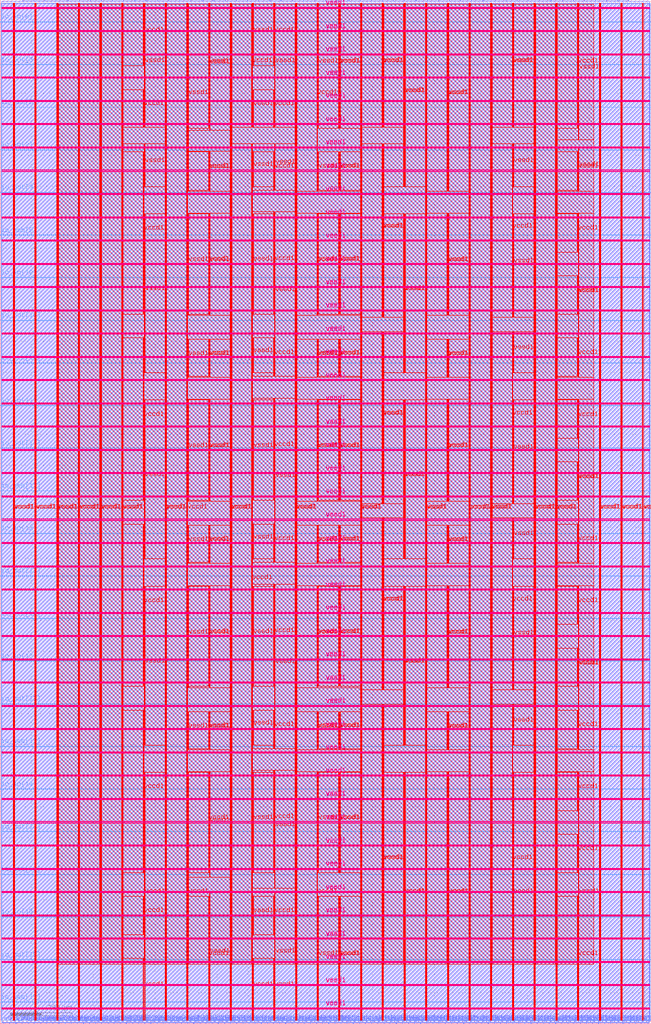
<source format=lef>
VERSION 5.7 ;
  NOWIREEXTENSIONATPIN ON ;
  DIVIDERCHAR "/" ;
  BUSBITCHARS "[]" ;
MACRO user_proj_example
  CLASS BLOCK ;
  FOREIGN user_proj_example ;
  ORIGIN 0.000 0.000 ;
  SIZE 2100.000 BY 3300.000 ;
  PIN io_in[0]
    PORT
      LAYER met3 ;
        RECT 2096.000 69.400 2100.000 70.000 ;
    END
  END io_in[0]
  PIN io_in[10]
    PORT
      LAYER met3 ;
        RECT 0.000 2404.520 4.000 2405.120 ;
    END
  END io_in[10]
  PIN io_in[11]
    PORT
      LAYER met3 ;
        RECT 0.000 1992.440 4.000 1993.040 ;
    END
  END io_in[11]
  PIN io_in[12]
    PORT
      LAYER met3 ;
        RECT 0.000 1580.360 4.000 1580.960 ;
    END
  END io_in[12]
  PIN io_in[13]
    PORT
      LAYER met3 ;
        RECT 0.000 1168.280 4.000 1168.880 ;
    END
  END io_in[13]
  PIN io_in[14]
    PORT
      LAYER met3 ;
        RECT 0.000 756.200 4.000 756.800 ;
    END
  END io_in[14]
  PIN io_in[15]
    PORT
      LAYER met3 ;
        RECT 0.000 344.120 4.000 344.720 ;
    END
  END io_in[15]
  PIN io_in[1]
    PORT
      LAYER met3 ;
        RECT 2096.000 481.480 2100.000 482.080 ;
    END
  END io_in[1]
  PIN io_in[2]
    PORT
      LAYER met3 ;
        RECT 2096.000 893.560 2100.000 894.160 ;
    END
  END io_in[2]
  PIN io_in[3]
    PORT
      LAYER met3 ;
        RECT 2096.000 1305.640 2100.000 1306.240 ;
    END
  END io_in[3]
  PIN io_in[4]
    PORT
      LAYER met3 ;
        RECT 2096.000 1717.720 2100.000 1718.320 ;
    END
  END io_in[4]
  PIN io_in[5]
    PORT
      LAYER met3 ;
        RECT 2096.000 2129.800 2100.000 2130.400 ;
    END
  END io_in[5]
  PIN io_in[6]
    PORT
      LAYER met3 ;
        RECT 2096.000 2541.880 2100.000 2542.480 ;
    END
  END io_in[6]
  PIN io_in[7]
    PORT
      LAYER met3 ;
        RECT 2096.000 2953.960 2100.000 2954.560 ;
    END
  END io_in[7]
  PIN io_in[8]
    PORT
      LAYER met3 ;
        RECT 0.000 3228.680 4.000 3229.280 ;
    END
  END io_in[8]
  PIN io_in[9]
    PORT
      LAYER met3 ;
        RECT 0.000 2816.600 4.000 2817.200 ;
    END
  END io_in[9]
  PIN io_oeb[0]
    PORT
      LAYER met3 ;
        RECT 2096.000 344.120 2100.000 344.720 ;
    END
  END io_oeb[0]
  PIN io_oeb[10]
    PORT
      LAYER met3 ;
        RECT 0.000 2129.800 4.000 2130.400 ;
    END
  END io_oeb[10]
  PIN io_oeb[11]
    PORT
      LAYER met3 ;
        RECT 0.000 1717.720 4.000 1718.320 ;
    END
  END io_oeb[11]
  PIN io_oeb[12]
    PORT
      LAYER met3 ;
        RECT 0.000 1305.640 4.000 1306.240 ;
    END
  END io_oeb[12]
  PIN io_oeb[13]
    PORT
      LAYER met3 ;
        RECT 0.000 893.560 4.000 894.160 ;
    END
  END io_oeb[13]
  PIN io_oeb[14]
    PORT
      LAYER met3 ;
        RECT 0.000 481.480 4.000 482.080 ;
    END
  END io_oeb[14]
  PIN io_oeb[15]
    PORT
      LAYER met3 ;
        RECT 0.000 69.400 4.000 70.000 ;
    END
  END io_oeb[15]
  PIN io_oeb[1]
    PORT
      LAYER met3 ;
        RECT 2096.000 756.200 2100.000 756.800 ;
    END
  END io_oeb[1]
  PIN io_oeb[2]
    PORT
      LAYER met3 ;
        RECT 2096.000 1168.280 2100.000 1168.880 ;
    END
  END io_oeb[2]
  PIN io_oeb[3]
    PORT
      LAYER met3 ;
        RECT 2096.000 1580.360 2100.000 1580.960 ;
    END
  END io_oeb[3]
  PIN io_oeb[4]
    PORT
      LAYER met3 ;
        RECT 2096.000 1992.440 2100.000 1993.040 ;
    END
  END io_oeb[4]
  PIN io_oeb[5]
    PORT
      LAYER met3 ;
        RECT 2096.000 2404.520 2100.000 2405.120 ;
    END
  END io_oeb[5]
  PIN io_oeb[6]
    PORT
      LAYER met3 ;
        RECT 2096.000 2816.600 2100.000 2817.200 ;
    END
  END io_oeb[6]
  PIN io_oeb[7]
    PORT
      LAYER met3 ;
        RECT 2096.000 3228.680 2100.000 3229.280 ;
    END
  END io_oeb[7]
  PIN io_oeb[8]
    PORT
      LAYER met3 ;
        RECT 0.000 2953.960 4.000 2954.560 ;
    END
  END io_oeb[8]
  PIN io_oeb[9]
    PORT
      LAYER met3 ;
        RECT 0.000 2541.880 4.000 2542.480 ;
    END
  END io_oeb[9]
  PIN io_out[0]
    PORT
      LAYER met3 ;
        RECT 2096.000 206.760 2100.000 207.360 ;
    END
  END io_out[0]
  PIN io_out[10]
    PORT
      LAYER met3 ;
        RECT 0.000 2267.160 4.000 2267.760 ;
    END
  END io_out[10]
  PIN io_out[11]
    PORT
      LAYER met3 ;
        RECT 0.000 1855.080 4.000 1855.680 ;
    END
  END io_out[11]
  PIN io_out[12]
    PORT
      LAYER met3 ;
        RECT 0.000 1443.000 4.000 1443.600 ;
    END
  END io_out[12]
  PIN io_out[13]
    PORT
      LAYER met3 ;
        RECT 0.000 1030.920 4.000 1031.520 ;
    END
  END io_out[13]
  PIN io_out[14]
    PORT
      LAYER met3 ;
        RECT 0.000 618.840 4.000 619.440 ;
    END
  END io_out[14]
  PIN io_out[15]
    PORT
      LAYER met3 ;
        RECT 0.000 206.760 4.000 207.360 ;
    END
  END io_out[15]
  PIN io_out[1]
    PORT
      LAYER met3 ;
        RECT 2096.000 618.840 2100.000 619.440 ;
    END
  END io_out[1]
  PIN io_out[2]
    PORT
      LAYER met3 ;
        RECT 2096.000 1030.920 2100.000 1031.520 ;
    END
  END io_out[2]
  PIN io_out[3]
    PORT
      LAYER met3 ;
        RECT 2096.000 1443.000 2100.000 1443.600 ;
    END
  END io_out[3]
  PIN io_out[4]
    PORT
      LAYER met3 ;
        RECT 2096.000 1855.080 2100.000 1855.680 ;
    END
  END io_out[4]
  PIN io_out[5]
    PORT
      LAYER met3 ;
        RECT 2096.000 2267.160 2100.000 2267.760 ;
    END
  END io_out[5]
  PIN io_out[6]
    PORT
      LAYER met3 ;
        RECT 2096.000 2679.240 2100.000 2679.840 ;
    END
  END io_out[6]
  PIN io_out[7]
    PORT
      LAYER met3 ;
        RECT 2096.000 3091.320 2100.000 3091.920 ;
    END
  END io_out[7]
  PIN io_out[8]
    PORT
      LAYER met3 ;
        RECT 0.000 3091.320 4.000 3091.920 ;
    END
  END io_out[8]
  PIN io_out[9]
    PORT
      LAYER met3 ;
        RECT 0.000 2679.240 4.000 2679.840 ;
    END
  END io_out[9]
  PIN irq[0]
    PORT
      LAYER met2 ;
        RECT 2016.270 3296.000 2016.550 3300.000 ;
    END
  END irq[0]
  PIN irq[1]
    PORT
      LAYER met2 ;
        RECT 2021.330 3296.000 2021.610 3300.000 ;
    END
  END irq[1]
  PIN irq[2]
    PORT
      LAYER met2 ;
        RECT 2026.390 3296.000 2026.670 3300.000 ;
    END
  END irq[2]
  PIN la_data_in[0]
    PORT
      LAYER met2 ;
        RECT 73.230 3296.000 73.510 3300.000 ;
    END
  END la_data_in[0]
  PIN la_data_in[100]
    PORT
      LAYER met2 ;
        RECT 1591.230 3296.000 1591.510 3300.000 ;
    END
  END la_data_in[100]
  PIN la_data_in[101]
    PORT
      LAYER met2 ;
        RECT 1606.410 3296.000 1606.690 3300.000 ;
    END
  END la_data_in[101]
  PIN la_data_in[102]
    PORT
      LAYER met2 ;
        RECT 1621.590 3296.000 1621.870 3300.000 ;
    END
  END la_data_in[102]
  PIN la_data_in[103]
    PORT
      LAYER met2 ;
        RECT 1636.770 3296.000 1637.050 3300.000 ;
    END
  END la_data_in[103]
  PIN la_data_in[104]
    PORT
      LAYER met2 ;
        RECT 1651.950 3296.000 1652.230 3300.000 ;
    END
  END la_data_in[104]
  PIN la_data_in[105]
    PORT
      LAYER met2 ;
        RECT 1667.130 3296.000 1667.410 3300.000 ;
    END
  END la_data_in[105]
  PIN la_data_in[106]
    PORT
      LAYER met2 ;
        RECT 1682.310 3296.000 1682.590 3300.000 ;
    END
  END la_data_in[106]
  PIN la_data_in[107]
    PORT
      LAYER met2 ;
        RECT 1697.490 3296.000 1697.770 3300.000 ;
    END
  END la_data_in[107]
  PIN la_data_in[108]
    PORT
      LAYER met2 ;
        RECT 1712.670 3296.000 1712.950 3300.000 ;
    END
  END la_data_in[108]
  PIN la_data_in[109]
    PORT
      LAYER met2 ;
        RECT 1727.850 3296.000 1728.130 3300.000 ;
    END
  END la_data_in[109]
  PIN la_data_in[10]
    PORT
      LAYER met2 ;
        RECT 225.030 3296.000 225.310 3300.000 ;
    END
  END la_data_in[10]
  PIN la_data_in[110]
    PORT
      LAYER met2 ;
        RECT 1743.030 3296.000 1743.310 3300.000 ;
    END
  END la_data_in[110]
  PIN la_data_in[111]
    PORT
      LAYER met2 ;
        RECT 1758.210 3296.000 1758.490 3300.000 ;
    END
  END la_data_in[111]
  PIN la_data_in[112]
    PORT
      LAYER met2 ;
        RECT 1773.390 3296.000 1773.670 3300.000 ;
    END
  END la_data_in[112]
  PIN la_data_in[113]
    PORT
      LAYER met2 ;
        RECT 1788.570 3296.000 1788.850 3300.000 ;
    END
  END la_data_in[113]
  PIN la_data_in[114]
    PORT
      LAYER met2 ;
        RECT 1803.750 3296.000 1804.030 3300.000 ;
    END
  END la_data_in[114]
  PIN la_data_in[115]
    PORT
      LAYER met2 ;
        RECT 1818.930 3296.000 1819.210 3300.000 ;
    END
  END la_data_in[115]
  PIN la_data_in[116]
    PORT
      LAYER met2 ;
        RECT 1834.110 3296.000 1834.390 3300.000 ;
    END
  END la_data_in[116]
  PIN la_data_in[117]
    PORT
      LAYER met2 ;
        RECT 1849.290 3296.000 1849.570 3300.000 ;
    END
  END la_data_in[117]
  PIN la_data_in[118]
    PORT
      LAYER met2 ;
        RECT 1864.470 3296.000 1864.750 3300.000 ;
    END
  END la_data_in[118]
  PIN la_data_in[119]
    PORT
      LAYER met2 ;
        RECT 1879.650 3296.000 1879.930 3300.000 ;
    END
  END la_data_in[119]
  PIN la_data_in[11]
    PORT
      LAYER met2 ;
        RECT 240.210 3296.000 240.490 3300.000 ;
    END
  END la_data_in[11]
  PIN la_data_in[120]
    PORT
      LAYER met2 ;
        RECT 1894.830 3296.000 1895.110 3300.000 ;
    END
  END la_data_in[120]
  PIN la_data_in[121]
    PORT
      LAYER met2 ;
        RECT 1910.010 3296.000 1910.290 3300.000 ;
    END
  END la_data_in[121]
  PIN la_data_in[122]
    PORT
      LAYER met2 ;
        RECT 1925.190 3296.000 1925.470 3300.000 ;
    END
  END la_data_in[122]
  PIN la_data_in[123]
    PORT
      LAYER met2 ;
        RECT 1940.370 3296.000 1940.650 3300.000 ;
    END
  END la_data_in[123]
  PIN la_data_in[124]
    PORT
      LAYER met2 ;
        RECT 1955.550 3296.000 1955.830 3300.000 ;
    END
  END la_data_in[124]
  PIN la_data_in[125]
    PORT
      LAYER met2 ;
        RECT 1970.730 3296.000 1971.010 3300.000 ;
    END
  END la_data_in[125]
  PIN la_data_in[126]
    PORT
      LAYER met2 ;
        RECT 1985.910 3296.000 1986.190 3300.000 ;
    END
  END la_data_in[126]
  PIN la_data_in[127]
    PORT
      LAYER met2 ;
        RECT 2001.090 3296.000 2001.370 3300.000 ;
    END
  END la_data_in[127]
  PIN la_data_in[12]
    PORT
      LAYER met2 ;
        RECT 255.390 3296.000 255.670 3300.000 ;
    END
  END la_data_in[12]
  PIN la_data_in[13]
    PORT
      LAYER met2 ;
        RECT 270.570 3296.000 270.850 3300.000 ;
    END
  END la_data_in[13]
  PIN la_data_in[14]
    PORT
      LAYER met2 ;
        RECT 285.750 3296.000 286.030 3300.000 ;
    END
  END la_data_in[14]
  PIN la_data_in[15]
    PORT
      LAYER met2 ;
        RECT 300.930 3296.000 301.210 3300.000 ;
    END
  END la_data_in[15]
  PIN la_data_in[16]
    PORT
      LAYER met2 ;
        RECT 316.110 3296.000 316.390 3300.000 ;
    END
  END la_data_in[16]
  PIN la_data_in[17]
    PORT
      LAYER met2 ;
        RECT 331.290 3296.000 331.570 3300.000 ;
    END
  END la_data_in[17]
  PIN la_data_in[18]
    PORT
      LAYER met2 ;
        RECT 346.470 3296.000 346.750 3300.000 ;
    END
  END la_data_in[18]
  PIN la_data_in[19]
    PORT
      LAYER met2 ;
        RECT 361.650 3296.000 361.930 3300.000 ;
    END
  END la_data_in[19]
  PIN la_data_in[1]
    PORT
      LAYER met2 ;
        RECT 88.410 3296.000 88.690 3300.000 ;
    END
  END la_data_in[1]
  PIN la_data_in[20]
    PORT
      LAYER met2 ;
        RECT 376.830 3296.000 377.110 3300.000 ;
    END
  END la_data_in[20]
  PIN la_data_in[21]
    PORT
      LAYER met2 ;
        RECT 392.010 3296.000 392.290 3300.000 ;
    END
  END la_data_in[21]
  PIN la_data_in[22]
    PORT
      LAYER met2 ;
        RECT 407.190 3296.000 407.470 3300.000 ;
    END
  END la_data_in[22]
  PIN la_data_in[23]
    PORT
      LAYER met2 ;
        RECT 422.370 3296.000 422.650 3300.000 ;
    END
  END la_data_in[23]
  PIN la_data_in[24]
    PORT
      LAYER met2 ;
        RECT 437.550 3296.000 437.830 3300.000 ;
    END
  END la_data_in[24]
  PIN la_data_in[25]
    PORT
      LAYER met2 ;
        RECT 452.730 3296.000 453.010 3300.000 ;
    END
  END la_data_in[25]
  PIN la_data_in[26]
    PORT
      LAYER met2 ;
        RECT 467.910 3296.000 468.190 3300.000 ;
    END
  END la_data_in[26]
  PIN la_data_in[27]
    PORT
      LAYER met2 ;
        RECT 483.090 3296.000 483.370 3300.000 ;
    END
  END la_data_in[27]
  PIN la_data_in[28]
    PORT
      LAYER met2 ;
        RECT 498.270 3296.000 498.550 3300.000 ;
    END
  END la_data_in[28]
  PIN la_data_in[29]
    PORT
      LAYER met2 ;
        RECT 513.450 3296.000 513.730 3300.000 ;
    END
  END la_data_in[29]
  PIN la_data_in[2]
    PORT
      LAYER met2 ;
        RECT 103.590 3296.000 103.870 3300.000 ;
    END
  END la_data_in[2]
  PIN la_data_in[30]
    PORT
      LAYER met2 ;
        RECT 528.630 3296.000 528.910 3300.000 ;
    END
  END la_data_in[30]
  PIN la_data_in[31]
    PORT
      LAYER met2 ;
        RECT 543.810 3296.000 544.090 3300.000 ;
    END
  END la_data_in[31]
  PIN la_data_in[32]
    PORT
      LAYER met2 ;
        RECT 558.990 3296.000 559.270 3300.000 ;
    END
  END la_data_in[32]
  PIN la_data_in[33]
    PORT
      LAYER met2 ;
        RECT 574.170 3296.000 574.450 3300.000 ;
    END
  END la_data_in[33]
  PIN la_data_in[34]
    PORT
      LAYER met2 ;
        RECT 589.350 3296.000 589.630 3300.000 ;
    END
  END la_data_in[34]
  PIN la_data_in[35]
    PORT
      LAYER met2 ;
        RECT 604.530 3296.000 604.810 3300.000 ;
    END
  END la_data_in[35]
  PIN la_data_in[36]
    PORT
      LAYER met2 ;
        RECT 619.710 3296.000 619.990 3300.000 ;
    END
  END la_data_in[36]
  PIN la_data_in[37]
    PORT
      LAYER met2 ;
        RECT 634.890 3296.000 635.170 3300.000 ;
    END
  END la_data_in[37]
  PIN la_data_in[38]
    PORT
      LAYER met2 ;
        RECT 650.070 3296.000 650.350 3300.000 ;
    END
  END la_data_in[38]
  PIN la_data_in[39]
    PORT
      LAYER met2 ;
        RECT 665.250 3296.000 665.530 3300.000 ;
    END
  END la_data_in[39]
  PIN la_data_in[3]
    PORT
      LAYER met2 ;
        RECT 118.770 3296.000 119.050 3300.000 ;
    END
  END la_data_in[3]
  PIN la_data_in[40]
    PORT
      LAYER met2 ;
        RECT 680.430 3296.000 680.710 3300.000 ;
    END
  END la_data_in[40]
  PIN la_data_in[41]
    PORT
      LAYER met2 ;
        RECT 695.610 3296.000 695.890 3300.000 ;
    END
  END la_data_in[41]
  PIN la_data_in[42]
    PORT
      LAYER met2 ;
        RECT 710.790 3296.000 711.070 3300.000 ;
    END
  END la_data_in[42]
  PIN la_data_in[43]
    PORT
      LAYER met2 ;
        RECT 725.970 3296.000 726.250 3300.000 ;
    END
  END la_data_in[43]
  PIN la_data_in[44]
    PORT
      LAYER met2 ;
        RECT 741.150 3296.000 741.430 3300.000 ;
    END
  END la_data_in[44]
  PIN la_data_in[45]
    PORT
      LAYER met2 ;
        RECT 756.330 3296.000 756.610 3300.000 ;
    END
  END la_data_in[45]
  PIN la_data_in[46]
    PORT
      LAYER met2 ;
        RECT 771.510 3296.000 771.790 3300.000 ;
    END
  END la_data_in[46]
  PIN la_data_in[47]
    PORT
      LAYER met2 ;
        RECT 786.690 3296.000 786.970 3300.000 ;
    END
  END la_data_in[47]
  PIN la_data_in[48]
    PORT
      LAYER met2 ;
        RECT 801.870 3296.000 802.150 3300.000 ;
    END
  END la_data_in[48]
  PIN la_data_in[49]
    PORT
      LAYER met2 ;
        RECT 817.050 3296.000 817.330 3300.000 ;
    END
  END la_data_in[49]
  PIN la_data_in[4]
    PORT
      LAYER met2 ;
        RECT 133.950 3296.000 134.230 3300.000 ;
    END
  END la_data_in[4]
  PIN la_data_in[50]
    PORT
      LAYER met2 ;
        RECT 832.230 3296.000 832.510 3300.000 ;
    END
  END la_data_in[50]
  PIN la_data_in[51]
    PORT
      LAYER met2 ;
        RECT 847.410 3296.000 847.690 3300.000 ;
    END
  END la_data_in[51]
  PIN la_data_in[52]
    PORT
      LAYER met2 ;
        RECT 862.590 3296.000 862.870 3300.000 ;
    END
  END la_data_in[52]
  PIN la_data_in[53]
    PORT
      LAYER met2 ;
        RECT 877.770 3296.000 878.050 3300.000 ;
    END
  END la_data_in[53]
  PIN la_data_in[54]
    PORT
      LAYER met2 ;
        RECT 892.950 3296.000 893.230 3300.000 ;
    END
  END la_data_in[54]
  PIN la_data_in[55]
    PORT
      LAYER met2 ;
        RECT 908.130 3296.000 908.410 3300.000 ;
    END
  END la_data_in[55]
  PIN la_data_in[56]
    PORT
      LAYER met2 ;
        RECT 923.310 3296.000 923.590 3300.000 ;
    END
  END la_data_in[56]
  PIN la_data_in[57]
    PORT
      LAYER met2 ;
        RECT 938.490 3296.000 938.770 3300.000 ;
    END
  END la_data_in[57]
  PIN la_data_in[58]
    PORT
      LAYER met2 ;
        RECT 953.670 3296.000 953.950 3300.000 ;
    END
  END la_data_in[58]
  PIN la_data_in[59]
    PORT
      LAYER met2 ;
        RECT 968.850 3296.000 969.130 3300.000 ;
    END
  END la_data_in[59]
  PIN la_data_in[5]
    PORT
      LAYER met2 ;
        RECT 149.130 3296.000 149.410 3300.000 ;
    END
  END la_data_in[5]
  PIN la_data_in[60]
    PORT
      LAYER met2 ;
        RECT 984.030 3296.000 984.310 3300.000 ;
    END
  END la_data_in[60]
  PIN la_data_in[61]
    PORT
      LAYER met2 ;
        RECT 999.210 3296.000 999.490 3300.000 ;
    END
  END la_data_in[61]
  PIN la_data_in[62]
    PORT
      LAYER met2 ;
        RECT 1014.390 3296.000 1014.670 3300.000 ;
    END
  END la_data_in[62]
  PIN la_data_in[63]
    PORT
      LAYER met2 ;
        RECT 1029.570 3296.000 1029.850 3300.000 ;
    END
  END la_data_in[63]
  PIN la_data_in[64]
    PORT
      LAYER met2 ;
        RECT 1044.750 3296.000 1045.030 3300.000 ;
    END
  END la_data_in[64]
  PIN la_data_in[65]
    PORT
      LAYER met2 ;
        RECT 1059.930 3296.000 1060.210 3300.000 ;
    END
  END la_data_in[65]
  PIN la_data_in[66]
    PORT
      LAYER met2 ;
        RECT 1075.110 3296.000 1075.390 3300.000 ;
    END
  END la_data_in[66]
  PIN la_data_in[67]
    PORT
      LAYER met2 ;
        RECT 1090.290 3296.000 1090.570 3300.000 ;
    END
  END la_data_in[67]
  PIN la_data_in[68]
    PORT
      LAYER met2 ;
        RECT 1105.470 3296.000 1105.750 3300.000 ;
    END
  END la_data_in[68]
  PIN la_data_in[69]
    PORT
      LAYER met2 ;
        RECT 1120.650 3296.000 1120.930 3300.000 ;
    END
  END la_data_in[69]
  PIN la_data_in[6]
    PORT
      LAYER met2 ;
        RECT 164.310 3296.000 164.590 3300.000 ;
    END
  END la_data_in[6]
  PIN la_data_in[70]
    PORT
      LAYER met2 ;
        RECT 1135.830 3296.000 1136.110 3300.000 ;
    END
  END la_data_in[70]
  PIN la_data_in[71]
    PORT
      LAYER met2 ;
        RECT 1151.010 3296.000 1151.290 3300.000 ;
    END
  END la_data_in[71]
  PIN la_data_in[72]
    PORT
      LAYER met2 ;
        RECT 1166.190 3296.000 1166.470 3300.000 ;
    END
  END la_data_in[72]
  PIN la_data_in[73]
    PORT
      LAYER met2 ;
        RECT 1181.370 3296.000 1181.650 3300.000 ;
    END
  END la_data_in[73]
  PIN la_data_in[74]
    PORT
      LAYER met2 ;
        RECT 1196.550 3296.000 1196.830 3300.000 ;
    END
  END la_data_in[74]
  PIN la_data_in[75]
    PORT
      LAYER met2 ;
        RECT 1211.730 3296.000 1212.010 3300.000 ;
    END
  END la_data_in[75]
  PIN la_data_in[76]
    PORT
      LAYER met2 ;
        RECT 1226.910 3296.000 1227.190 3300.000 ;
    END
  END la_data_in[76]
  PIN la_data_in[77]
    PORT
      LAYER met2 ;
        RECT 1242.090 3296.000 1242.370 3300.000 ;
    END
  END la_data_in[77]
  PIN la_data_in[78]
    PORT
      LAYER met2 ;
        RECT 1257.270 3296.000 1257.550 3300.000 ;
    END
  END la_data_in[78]
  PIN la_data_in[79]
    PORT
      LAYER met2 ;
        RECT 1272.450 3296.000 1272.730 3300.000 ;
    END
  END la_data_in[79]
  PIN la_data_in[7]
    PORT
      LAYER met2 ;
        RECT 179.490 3296.000 179.770 3300.000 ;
    END
  END la_data_in[7]
  PIN la_data_in[80]
    PORT
      LAYER met2 ;
        RECT 1287.630 3296.000 1287.910 3300.000 ;
    END
  END la_data_in[80]
  PIN la_data_in[81]
    PORT
      LAYER met2 ;
        RECT 1302.810 3296.000 1303.090 3300.000 ;
    END
  END la_data_in[81]
  PIN la_data_in[82]
    PORT
      LAYER met2 ;
        RECT 1317.990 3296.000 1318.270 3300.000 ;
    END
  END la_data_in[82]
  PIN la_data_in[83]
    PORT
      LAYER met2 ;
        RECT 1333.170 3296.000 1333.450 3300.000 ;
    END
  END la_data_in[83]
  PIN la_data_in[84]
    PORT
      LAYER met2 ;
        RECT 1348.350 3296.000 1348.630 3300.000 ;
    END
  END la_data_in[84]
  PIN la_data_in[85]
    PORT
      LAYER met2 ;
        RECT 1363.530 3296.000 1363.810 3300.000 ;
    END
  END la_data_in[85]
  PIN la_data_in[86]
    PORT
      LAYER met2 ;
        RECT 1378.710 3296.000 1378.990 3300.000 ;
    END
  END la_data_in[86]
  PIN la_data_in[87]
    PORT
      LAYER met2 ;
        RECT 1393.890 3296.000 1394.170 3300.000 ;
    END
  END la_data_in[87]
  PIN la_data_in[88]
    PORT
      LAYER met2 ;
        RECT 1409.070 3296.000 1409.350 3300.000 ;
    END
  END la_data_in[88]
  PIN la_data_in[89]
    PORT
      LAYER met2 ;
        RECT 1424.250 3296.000 1424.530 3300.000 ;
    END
  END la_data_in[89]
  PIN la_data_in[8]
    PORT
      LAYER met2 ;
        RECT 194.670 3296.000 194.950 3300.000 ;
    END
  END la_data_in[8]
  PIN la_data_in[90]
    PORT
      LAYER met2 ;
        RECT 1439.430 3296.000 1439.710 3300.000 ;
    END
  END la_data_in[90]
  PIN la_data_in[91]
    PORT
      LAYER met2 ;
        RECT 1454.610 3296.000 1454.890 3300.000 ;
    END
  END la_data_in[91]
  PIN la_data_in[92]
    PORT
      LAYER met2 ;
        RECT 1469.790 3296.000 1470.070 3300.000 ;
    END
  END la_data_in[92]
  PIN la_data_in[93]
    PORT
      LAYER met2 ;
        RECT 1484.970 3296.000 1485.250 3300.000 ;
    END
  END la_data_in[93]
  PIN la_data_in[94]
    PORT
      LAYER met2 ;
        RECT 1500.150 3296.000 1500.430 3300.000 ;
    END
  END la_data_in[94]
  PIN la_data_in[95]
    PORT
      LAYER met2 ;
        RECT 1515.330 3296.000 1515.610 3300.000 ;
    END
  END la_data_in[95]
  PIN la_data_in[96]
    PORT
      LAYER met2 ;
        RECT 1530.510 3296.000 1530.790 3300.000 ;
    END
  END la_data_in[96]
  PIN la_data_in[97]
    PORT
      LAYER met2 ;
        RECT 1545.690 3296.000 1545.970 3300.000 ;
    END
  END la_data_in[97]
  PIN la_data_in[98]
    PORT
      LAYER met2 ;
        RECT 1560.870 3296.000 1561.150 3300.000 ;
    END
  END la_data_in[98]
  PIN la_data_in[99]
    PORT
      LAYER met2 ;
        RECT 1576.050 3296.000 1576.330 3300.000 ;
    END
  END la_data_in[99]
  PIN la_data_in[9]
    PORT
      LAYER met2 ;
        RECT 209.850 3296.000 210.130 3300.000 ;
    END
  END la_data_in[9]
  PIN la_data_out[0]
    PORT
      LAYER met2 ;
        RECT 78.290 3296.000 78.570 3300.000 ;
    END
  END la_data_out[0]
  PIN la_data_out[100]
    PORT
      LAYER met2 ;
        RECT 1596.290 3296.000 1596.570 3300.000 ;
    END
  END la_data_out[100]
  PIN la_data_out[101]
    PORT
      LAYER met2 ;
        RECT 1611.470 3296.000 1611.750 3300.000 ;
    END
  END la_data_out[101]
  PIN la_data_out[102]
    PORT
      LAYER met2 ;
        RECT 1626.650 3296.000 1626.930 3300.000 ;
    END
  END la_data_out[102]
  PIN la_data_out[103]
    PORT
      LAYER met2 ;
        RECT 1641.830 3296.000 1642.110 3300.000 ;
    END
  END la_data_out[103]
  PIN la_data_out[104]
    PORT
      LAYER met2 ;
        RECT 1657.010 3296.000 1657.290 3300.000 ;
    END
  END la_data_out[104]
  PIN la_data_out[105]
    PORT
      LAYER met2 ;
        RECT 1672.190 3296.000 1672.470 3300.000 ;
    END
  END la_data_out[105]
  PIN la_data_out[106]
    PORT
      LAYER met2 ;
        RECT 1687.370 3296.000 1687.650 3300.000 ;
    END
  END la_data_out[106]
  PIN la_data_out[107]
    PORT
      LAYER met2 ;
        RECT 1702.550 3296.000 1702.830 3300.000 ;
    END
  END la_data_out[107]
  PIN la_data_out[108]
    PORT
      LAYER met2 ;
        RECT 1717.730 3296.000 1718.010 3300.000 ;
    END
  END la_data_out[108]
  PIN la_data_out[109]
    PORT
      LAYER met2 ;
        RECT 1732.910 3296.000 1733.190 3300.000 ;
    END
  END la_data_out[109]
  PIN la_data_out[10]
    PORT
      LAYER met2 ;
        RECT 230.090 3296.000 230.370 3300.000 ;
    END
  END la_data_out[10]
  PIN la_data_out[110]
    PORT
      LAYER met2 ;
        RECT 1748.090 3296.000 1748.370 3300.000 ;
    END
  END la_data_out[110]
  PIN la_data_out[111]
    PORT
      LAYER met2 ;
        RECT 1763.270 3296.000 1763.550 3300.000 ;
    END
  END la_data_out[111]
  PIN la_data_out[112]
    PORT
      LAYER met2 ;
        RECT 1778.450 3296.000 1778.730 3300.000 ;
    END
  END la_data_out[112]
  PIN la_data_out[113]
    PORT
      LAYER met2 ;
        RECT 1793.630 3296.000 1793.910 3300.000 ;
    END
  END la_data_out[113]
  PIN la_data_out[114]
    PORT
      LAYER met2 ;
        RECT 1808.810 3296.000 1809.090 3300.000 ;
    END
  END la_data_out[114]
  PIN la_data_out[115]
    PORT
      LAYER met2 ;
        RECT 1823.990 3296.000 1824.270 3300.000 ;
    END
  END la_data_out[115]
  PIN la_data_out[116]
    PORT
      LAYER met2 ;
        RECT 1839.170 3296.000 1839.450 3300.000 ;
    END
  END la_data_out[116]
  PIN la_data_out[117]
    PORT
      LAYER met2 ;
        RECT 1854.350 3296.000 1854.630 3300.000 ;
    END
  END la_data_out[117]
  PIN la_data_out[118]
    PORT
      LAYER met2 ;
        RECT 1869.530 3296.000 1869.810 3300.000 ;
    END
  END la_data_out[118]
  PIN la_data_out[119]
    PORT
      LAYER met2 ;
        RECT 1884.710 3296.000 1884.990 3300.000 ;
    END
  END la_data_out[119]
  PIN la_data_out[11]
    PORT
      LAYER met2 ;
        RECT 245.270 3296.000 245.550 3300.000 ;
    END
  END la_data_out[11]
  PIN la_data_out[120]
    PORT
      LAYER met2 ;
        RECT 1899.890 3296.000 1900.170 3300.000 ;
    END
  END la_data_out[120]
  PIN la_data_out[121]
    PORT
      LAYER met2 ;
        RECT 1915.070 3296.000 1915.350 3300.000 ;
    END
  END la_data_out[121]
  PIN la_data_out[122]
    PORT
      LAYER met2 ;
        RECT 1930.250 3296.000 1930.530 3300.000 ;
    END
  END la_data_out[122]
  PIN la_data_out[123]
    PORT
      LAYER met2 ;
        RECT 1945.430 3296.000 1945.710 3300.000 ;
    END
  END la_data_out[123]
  PIN la_data_out[124]
    PORT
      LAYER met2 ;
        RECT 1960.610 3296.000 1960.890 3300.000 ;
    END
  END la_data_out[124]
  PIN la_data_out[125]
    PORT
      LAYER met2 ;
        RECT 1975.790 3296.000 1976.070 3300.000 ;
    END
  END la_data_out[125]
  PIN la_data_out[126]
    PORT
      LAYER met2 ;
        RECT 1990.970 3296.000 1991.250 3300.000 ;
    END
  END la_data_out[126]
  PIN la_data_out[127]
    PORT
      LAYER met2 ;
        RECT 2006.150 3296.000 2006.430 3300.000 ;
    END
  END la_data_out[127]
  PIN la_data_out[12]
    PORT
      LAYER met2 ;
        RECT 260.450 3296.000 260.730 3300.000 ;
    END
  END la_data_out[12]
  PIN la_data_out[13]
    PORT
      LAYER met2 ;
        RECT 275.630 3296.000 275.910 3300.000 ;
    END
  END la_data_out[13]
  PIN la_data_out[14]
    PORT
      LAYER met2 ;
        RECT 290.810 3296.000 291.090 3300.000 ;
    END
  END la_data_out[14]
  PIN la_data_out[15]
    PORT
      LAYER met2 ;
        RECT 305.990 3296.000 306.270 3300.000 ;
    END
  END la_data_out[15]
  PIN la_data_out[16]
    PORT
      LAYER met2 ;
        RECT 321.170 3296.000 321.450 3300.000 ;
    END
  END la_data_out[16]
  PIN la_data_out[17]
    PORT
      LAYER met2 ;
        RECT 336.350 3296.000 336.630 3300.000 ;
    END
  END la_data_out[17]
  PIN la_data_out[18]
    PORT
      LAYER met2 ;
        RECT 351.530 3296.000 351.810 3300.000 ;
    END
  END la_data_out[18]
  PIN la_data_out[19]
    PORT
      LAYER met2 ;
        RECT 366.710 3296.000 366.990 3300.000 ;
    END
  END la_data_out[19]
  PIN la_data_out[1]
    PORT
      LAYER met2 ;
        RECT 93.470 3296.000 93.750 3300.000 ;
    END
  END la_data_out[1]
  PIN la_data_out[20]
    PORT
      LAYER met2 ;
        RECT 381.890 3296.000 382.170 3300.000 ;
    END
  END la_data_out[20]
  PIN la_data_out[21]
    PORT
      LAYER met2 ;
        RECT 397.070 3296.000 397.350 3300.000 ;
    END
  END la_data_out[21]
  PIN la_data_out[22]
    PORT
      LAYER met2 ;
        RECT 412.250 3296.000 412.530 3300.000 ;
    END
  END la_data_out[22]
  PIN la_data_out[23]
    PORT
      LAYER met2 ;
        RECT 427.430 3296.000 427.710 3300.000 ;
    END
  END la_data_out[23]
  PIN la_data_out[24]
    PORT
      LAYER met2 ;
        RECT 442.610 3296.000 442.890 3300.000 ;
    END
  END la_data_out[24]
  PIN la_data_out[25]
    PORT
      LAYER met2 ;
        RECT 457.790 3296.000 458.070 3300.000 ;
    END
  END la_data_out[25]
  PIN la_data_out[26]
    PORT
      LAYER met2 ;
        RECT 472.970 3296.000 473.250 3300.000 ;
    END
  END la_data_out[26]
  PIN la_data_out[27]
    PORT
      LAYER met2 ;
        RECT 488.150 3296.000 488.430 3300.000 ;
    END
  END la_data_out[27]
  PIN la_data_out[28]
    PORT
      LAYER met2 ;
        RECT 503.330 3296.000 503.610 3300.000 ;
    END
  END la_data_out[28]
  PIN la_data_out[29]
    PORT
      LAYER met2 ;
        RECT 518.510 3296.000 518.790 3300.000 ;
    END
  END la_data_out[29]
  PIN la_data_out[2]
    PORT
      LAYER met2 ;
        RECT 108.650 3296.000 108.930 3300.000 ;
    END
  END la_data_out[2]
  PIN la_data_out[30]
    PORT
      LAYER met2 ;
        RECT 533.690 3296.000 533.970 3300.000 ;
    END
  END la_data_out[30]
  PIN la_data_out[31]
    PORT
      LAYER met2 ;
        RECT 548.870 3296.000 549.150 3300.000 ;
    END
  END la_data_out[31]
  PIN la_data_out[32]
    PORT
      LAYER met2 ;
        RECT 564.050 3296.000 564.330 3300.000 ;
    END
  END la_data_out[32]
  PIN la_data_out[33]
    PORT
      LAYER met2 ;
        RECT 579.230 3296.000 579.510 3300.000 ;
    END
  END la_data_out[33]
  PIN la_data_out[34]
    PORT
      LAYER met2 ;
        RECT 594.410 3296.000 594.690 3300.000 ;
    END
  END la_data_out[34]
  PIN la_data_out[35]
    PORT
      LAYER met2 ;
        RECT 609.590 3296.000 609.870 3300.000 ;
    END
  END la_data_out[35]
  PIN la_data_out[36]
    PORT
      LAYER met2 ;
        RECT 624.770 3296.000 625.050 3300.000 ;
    END
  END la_data_out[36]
  PIN la_data_out[37]
    PORT
      LAYER met2 ;
        RECT 639.950 3296.000 640.230 3300.000 ;
    END
  END la_data_out[37]
  PIN la_data_out[38]
    PORT
      LAYER met2 ;
        RECT 655.130 3296.000 655.410 3300.000 ;
    END
  END la_data_out[38]
  PIN la_data_out[39]
    PORT
      LAYER met2 ;
        RECT 670.310 3296.000 670.590 3300.000 ;
    END
  END la_data_out[39]
  PIN la_data_out[3]
    PORT
      LAYER met2 ;
        RECT 123.830 3296.000 124.110 3300.000 ;
    END
  END la_data_out[3]
  PIN la_data_out[40]
    PORT
      LAYER met2 ;
        RECT 685.490 3296.000 685.770 3300.000 ;
    END
  END la_data_out[40]
  PIN la_data_out[41]
    PORT
      LAYER met2 ;
        RECT 700.670 3296.000 700.950 3300.000 ;
    END
  END la_data_out[41]
  PIN la_data_out[42]
    PORT
      LAYER met2 ;
        RECT 715.850 3296.000 716.130 3300.000 ;
    END
  END la_data_out[42]
  PIN la_data_out[43]
    PORT
      LAYER met2 ;
        RECT 731.030 3296.000 731.310 3300.000 ;
    END
  END la_data_out[43]
  PIN la_data_out[44]
    PORT
      LAYER met2 ;
        RECT 746.210 3296.000 746.490 3300.000 ;
    END
  END la_data_out[44]
  PIN la_data_out[45]
    PORT
      LAYER met2 ;
        RECT 761.390 3296.000 761.670 3300.000 ;
    END
  END la_data_out[45]
  PIN la_data_out[46]
    PORT
      LAYER met2 ;
        RECT 776.570 3296.000 776.850 3300.000 ;
    END
  END la_data_out[46]
  PIN la_data_out[47]
    PORT
      LAYER met2 ;
        RECT 791.750 3296.000 792.030 3300.000 ;
    END
  END la_data_out[47]
  PIN la_data_out[48]
    PORT
      LAYER met2 ;
        RECT 806.930 3296.000 807.210 3300.000 ;
    END
  END la_data_out[48]
  PIN la_data_out[49]
    PORT
      LAYER met2 ;
        RECT 822.110 3296.000 822.390 3300.000 ;
    END
  END la_data_out[49]
  PIN la_data_out[4]
    PORT
      LAYER met2 ;
        RECT 139.010 3296.000 139.290 3300.000 ;
    END
  END la_data_out[4]
  PIN la_data_out[50]
    PORT
      LAYER met2 ;
        RECT 837.290 3296.000 837.570 3300.000 ;
    END
  END la_data_out[50]
  PIN la_data_out[51]
    PORT
      LAYER met2 ;
        RECT 852.470 3296.000 852.750 3300.000 ;
    END
  END la_data_out[51]
  PIN la_data_out[52]
    PORT
      LAYER met2 ;
        RECT 867.650 3296.000 867.930 3300.000 ;
    END
  END la_data_out[52]
  PIN la_data_out[53]
    PORT
      LAYER met2 ;
        RECT 882.830 3296.000 883.110 3300.000 ;
    END
  END la_data_out[53]
  PIN la_data_out[54]
    PORT
      LAYER met2 ;
        RECT 898.010 3296.000 898.290 3300.000 ;
    END
  END la_data_out[54]
  PIN la_data_out[55]
    PORT
      LAYER met2 ;
        RECT 913.190 3296.000 913.470 3300.000 ;
    END
  END la_data_out[55]
  PIN la_data_out[56]
    PORT
      LAYER met2 ;
        RECT 928.370 3296.000 928.650 3300.000 ;
    END
  END la_data_out[56]
  PIN la_data_out[57]
    PORT
      LAYER met2 ;
        RECT 943.550 3296.000 943.830 3300.000 ;
    END
  END la_data_out[57]
  PIN la_data_out[58]
    PORT
      LAYER met2 ;
        RECT 958.730 3296.000 959.010 3300.000 ;
    END
  END la_data_out[58]
  PIN la_data_out[59]
    PORT
      LAYER met2 ;
        RECT 973.910 3296.000 974.190 3300.000 ;
    END
  END la_data_out[59]
  PIN la_data_out[5]
    PORT
      LAYER met2 ;
        RECT 154.190 3296.000 154.470 3300.000 ;
    END
  END la_data_out[5]
  PIN la_data_out[60]
    PORT
      LAYER met2 ;
        RECT 989.090 3296.000 989.370 3300.000 ;
    END
  END la_data_out[60]
  PIN la_data_out[61]
    PORT
      LAYER met2 ;
        RECT 1004.270 3296.000 1004.550 3300.000 ;
    END
  END la_data_out[61]
  PIN la_data_out[62]
    PORT
      LAYER met2 ;
        RECT 1019.450 3296.000 1019.730 3300.000 ;
    END
  END la_data_out[62]
  PIN la_data_out[63]
    PORT
      LAYER met2 ;
        RECT 1034.630 3296.000 1034.910 3300.000 ;
    END
  END la_data_out[63]
  PIN la_data_out[64]
    PORT
      LAYER met2 ;
        RECT 1049.810 3296.000 1050.090 3300.000 ;
    END
  END la_data_out[64]
  PIN la_data_out[65]
    PORT
      LAYER met2 ;
        RECT 1064.990 3296.000 1065.270 3300.000 ;
    END
  END la_data_out[65]
  PIN la_data_out[66]
    PORT
      LAYER met2 ;
        RECT 1080.170 3296.000 1080.450 3300.000 ;
    END
  END la_data_out[66]
  PIN la_data_out[67]
    PORT
      LAYER met2 ;
        RECT 1095.350 3296.000 1095.630 3300.000 ;
    END
  END la_data_out[67]
  PIN la_data_out[68]
    PORT
      LAYER met2 ;
        RECT 1110.530 3296.000 1110.810 3300.000 ;
    END
  END la_data_out[68]
  PIN la_data_out[69]
    PORT
      LAYER met2 ;
        RECT 1125.710 3296.000 1125.990 3300.000 ;
    END
  END la_data_out[69]
  PIN la_data_out[6]
    PORT
      LAYER met2 ;
        RECT 169.370 3296.000 169.650 3300.000 ;
    END
  END la_data_out[6]
  PIN la_data_out[70]
    PORT
      LAYER met2 ;
        RECT 1140.890 3296.000 1141.170 3300.000 ;
    END
  END la_data_out[70]
  PIN la_data_out[71]
    PORT
      LAYER met2 ;
        RECT 1156.070 3296.000 1156.350 3300.000 ;
    END
  END la_data_out[71]
  PIN la_data_out[72]
    PORT
      LAYER met2 ;
        RECT 1171.250 3296.000 1171.530 3300.000 ;
    END
  END la_data_out[72]
  PIN la_data_out[73]
    PORT
      LAYER met2 ;
        RECT 1186.430 3296.000 1186.710 3300.000 ;
    END
  END la_data_out[73]
  PIN la_data_out[74]
    PORT
      LAYER met2 ;
        RECT 1201.610 3296.000 1201.890 3300.000 ;
    END
  END la_data_out[74]
  PIN la_data_out[75]
    PORT
      LAYER met2 ;
        RECT 1216.790 3296.000 1217.070 3300.000 ;
    END
  END la_data_out[75]
  PIN la_data_out[76]
    PORT
      LAYER met2 ;
        RECT 1231.970 3296.000 1232.250 3300.000 ;
    END
  END la_data_out[76]
  PIN la_data_out[77]
    PORT
      LAYER met2 ;
        RECT 1247.150 3296.000 1247.430 3300.000 ;
    END
  END la_data_out[77]
  PIN la_data_out[78]
    PORT
      LAYER met2 ;
        RECT 1262.330 3296.000 1262.610 3300.000 ;
    END
  END la_data_out[78]
  PIN la_data_out[79]
    PORT
      LAYER met2 ;
        RECT 1277.510 3296.000 1277.790 3300.000 ;
    END
  END la_data_out[79]
  PIN la_data_out[7]
    PORT
      LAYER met2 ;
        RECT 184.550 3296.000 184.830 3300.000 ;
    END
  END la_data_out[7]
  PIN la_data_out[80]
    PORT
      LAYER met2 ;
        RECT 1292.690 3296.000 1292.970 3300.000 ;
    END
  END la_data_out[80]
  PIN la_data_out[81]
    PORT
      LAYER met2 ;
        RECT 1307.870 3296.000 1308.150 3300.000 ;
    END
  END la_data_out[81]
  PIN la_data_out[82]
    PORT
      LAYER met2 ;
        RECT 1323.050 3296.000 1323.330 3300.000 ;
    END
  END la_data_out[82]
  PIN la_data_out[83]
    PORT
      LAYER met2 ;
        RECT 1338.230 3296.000 1338.510 3300.000 ;
    END
  END la_data_out[83]
  PIN la_data_out[84]
    PORT
      LAYER met2 ;
        RECT 1353.410 3296.000 1353.690 3300.000 ;
    END
  END la_data_out[84]
  PIN la_data_out[85]
    PORT
      LAYER met2 ;
        RECT 1368.590 3296.000 1368.870 3300.000 ;
    END
  END la_data_out[85]
  PIN la_data_out[86]
    PORT
      LAYER met2 ;
        RECT 1383.770 3296.000 1384.050 3300.000 ;
    END
  END la_data_out[86]
  PIN la_data_out[87]
    PORT
      LAYER met2 ;
        RECT 1398.950 3296.000 1399.230 3300.000 ;
    END
  END la_data_out[87]
  PIN la_data_out[88]
    PORT
      LAYER met2 ;
        RECT 1414.130 3296.000 1414.410 3300.000 ;
    END
  END la_data_out[88]
  PIN la_data_out[89]
    PORT
      LAYER met2 ;
        RECT 1429.310 3296.000 1429.590 3300.000 ;
    END
  END la_data_out[89]
  PIN la_data_out[8]
    PORT
      LAYER met2 ;
        RECT 199.730 3296.000 200.010 3300.000 ;
    END
  END la_data_out[8]
  PIN la_data_out[90]
    PORT
      LAYER met2 ;
        RECT 1444.490 3296.000 1444.770 3300.000 ;
    END
  END la_data_out[90]
  PIN la_data_out[91]
    PORT
      LAYER met2 ;
        RECT 1459.670 3296.000 1459.950 3300.000 ;
    END
  END la_data_out[91]
  PIN la_data_out[92]
    PORT
      LAYER met2 ;
        RECT 1474.850 3296.000 1475.130 3300.000 ;
    END
  END la_data_out[92]
  PIN la_data_out[93]
    PORT
      LAYER met2 ;
        RECT 1490.030 3296.000 1490.310 3300.000 ;
    END
  END la_data_out[93]
  PIN la_data_out[94]
    PORT
      LAYER met2 ;
        RECT 1505.210 3296.000 1505.490 3300.000 ;
    END
  END la_data_out[94]
  PIN la_data_out[95]
    PORT
      LAYER met2 ;
        RECT 1520.390 3296.000 1520.670 3300.000 ;
    END
  END la_data_out[95]
  PIN la_data_out[96]
    PORT
      LAYER met2 ;
        RECT 1535.570 3296.000 1535.850 3300.000 ;
    END
  END la_data_out[96]
  PIN la_data_out[97]
    PORT
      LAYER met2 ;
        RECT 1550.750 3296.000 1551.030 3300.000 ;
    END
  END la_data_out[97]
  PIN la_data_out[98]
    PORT
      LAYER met2 ;
        RECT 1565.930 3296.000 1566.210 3300.000 ;
    END
  END la_data_out[98]
  PIN la_data_out[99]
    PORT
      LAYER met2 ;
        RECT 1581.110 3296.000 1581.390 3300.000 ;
    END
  END la_data_out[99]
  PIN la_data_out[9]
    PORT
      LAYER met2 ;
        RECT 214.910 3296.000 215.190 3300.000 ;
    END
  END la_data_out[9]
  PIN la_oenb[0]
    PORT
      LAYER met2 ;
        RECT 83.350 3296.000 83.630 3300.000 ;
    END
  END la_oenb[0]
  PIN la_oenb[100]
    PORT
      LAYER met2 ;
        RECT 1601.350 3296.000 1601.630 3300.000 ;
    END
  END la_oenb[100]
  PIN la_oenb[101]
    PORT
      LAYER met2 ;
        RECT 1616.530 3296.000 1616.810 3300.000 ;
    END
  END la_oenb[101]
  PIN la_oenb[102]
    PORT
      LAYER met2 ;
        RECT 1631.710 3296.000 1631.990 3300.000 ;
    END
  END la_oenb[102]
  PIN la_oenb[103]
    PORT
      LAYER met2 ;
        RECT 1646.890 3296.000 1647.170 3300.000 ;
    END
  END la_oenb[103]
  PIN la_oenb[104]
    PORT
      LAYER met2 ;
        RECT 1662.070 3296.000 1662.350 3300.000 ;
    END
  END la_oenb[104]
  PIN la_oenb[105]
    PORT
      LAYER met2 ;
        RECT 1677.250 3296.000 1677.530 3300.000 ;
    END
  END la_oenb[105]
  PIN la_oenb[106]
    PORT
      LAYER met2 ;
        RECT 1692.430 3296.000 1692.710 3300.000 ;
    END
  END la_oenb[106]
  PIN la_oenb[107]
    PORT
      LAYER met2 ;
        RECT 1707.610 3296.000 1707.890 3300.000 ;
    END
  END la_oenb[107]
  PIN la_oenb[108]
    PORT
      LAYER met2 ;
        RECT 1722.790 3296.000 1723.070 3300.000 ;
    END
  END la_oenb[108]
  PIN la_oenb[109]
    PORT
      LAYER met2 ;
        RECT 1737.970 3296.000 1738.250 3300.000 ;
    END
  END la_oenb[109]
  PIN la_oenb[10]
    PORT
      LAYER met2 ;
        RECT 235.150 3296.000 235.430 3300.000 ;
    END
  END la_oenb[10]
  PIN la_oenb[110]
    PORT
      LAYER met2 ;
        RECT 1753.150 3296.000 1753.430 3300.000 ;
    END
  END la_oenb[110]
  PIN la_oenb[111]
    PORT
      LAYER met2 ;
        RECT 1768.330 3296.000 1768.610 3300.000 ;
    END
  END la_oenb[111]
  PIN la_oenb[112]
    PORT
      LAYER met2 ;
        RECT 1783.510 3296.000 1783.790 3300.000 ;
    END
  END la_oenb[112]
  PIN la_oenb[113]
    PORT
      LAYER met2 ;
        RECT 1798.690 3296.000 1798.970 3300.000 ;
    END
  END la_oenb[113]
  PIN la_oenb[114]
    PORT
      LAYER met2 ;
        RECT 1813.870 3296.000 1814.150 3300.000 ;
    END
  END la_oenb[114]
  PIN la_oenb[115]
    PORT
      LAYER met2 ;
        RECT 1829.050 3296.000 1829.330 3300.000 ;
    END
  END la_oenb[115]
  PIN la_oenb[116]
    PORT
      LAYER met2 ;
        RECT 1844.230 3296.000 1844.510 3300.000 ;
    END
  END la_oenb[116]
  PIN la_oenb[117]
    PORT
      LAYER met2 ;
        RECT 1859.410 3296.000 1859.690 3300.000 ;
    END
  END la_oenb[117]
  PIN la_oenb[118]
    PORT
      LAYER met2 ;
        RECT 1874.590 3296.000 1874.870 3300.000 ;
    END
  END la_oenb[118]
  PIN la_oenb[119]
    PORT
      LAYER met2 ;
        RECT 1889.770 3296.000 1890.050 3300.000 ;
    END
  END la_oenb[119]
  PIN la_oenb[11]
    PORT
      LAYER met2 ;
        RECT 250.330 3296.000 250.610 3300.000 ;
    END
  END la_oenb[11]
  PIN la_oenb[120]
    PORT
      LAYER met2 ;
        RECT 1904.950 3296.000 1905.230 3300.000 ;
    END
  END la_oenb[120]
  PIN la_oenb[121]
    PORT
      LAYER met2 ;
        RECT 1920.130 3296.000 1920.410 3300.000 ;
    END
  END la_oenb[121]
  PIN la_oenb[122]
    PORT
      LAYER met2 ;
        RECT 1935.310 3296.000 1935.590 3300.000 ;
    END
  END la_oenb[122]
  PIN la_oenb[123]
    PORT
      LAYER met2 ;
        RECT 1950.490 3296.000 1950.770 3300.000 ;
    END
  END la_oenb[123]
  PIN la_oenb[124]
    PORT
      LAYER met2 ;
        RECT 1965.670 3296.000 1965.950 3300.000 ;
    END
  END la_oenb[124]
  PIN la_oenb[125]
    PORT
      LAYER met2 ;
        RECT 1980.850 3296.000 1981.130 3300.000 ;
    END
  END la_oenb[125]
  PIN la_oenb[126]
    PORT
      LAYER met2 ;
        RECT 1996.030 3296.000 1996.310 3300.000 ;
    END
  END la_oenb[126]
  PIN la_oenb[127]
    PORT
      LAYER met2 ;
        RECT 2011.210 3296.000 2011.490 3300.000 ;
    END
  END la_oenb[127]
  PIN la_oenb[12]
    PORT
      LAYER met2 ;
        RECT 265.510 3296.000 265.790 3300.000 ;
    END
  END la_oenb[12]
  PIN la_oenb[13]
    PORT
      LAYER met2 ;
        RECT 280.690 3296.000 280.970 3300.000 ;
    END
  END la_oenb[13]
  PIN la_oenb[14]
    PORT
      LAYER met2 ;
        RECT 295.870 3296.000 296.150 3300.000 ;
    END
  END la_oenb[14]
  PIN la_oenb[15]
    PORT
      LAYER met2 ;
        RECT 311.050 3296.000 311.330 3300.000 ;
    END
  END la_oenb[15]
  PIN la_oenb[16]
    PORT
      LAYER met2 ;
        RECT 326.230 3296.000 326.510 3300.000 ;
    END
  END la_oenb[16]
  PIN la_oenb[17]
    PORT
      LAYER met2 ;
        RECT 341.410 3296.000 341.690 3300.000 ;
    END
  END la_oenb[17]
  PIN la_oenb[18]
    PORT
      LAYER met2 ;
        RECT 356.590 3296.000 356.870 3300.000 ;
    END
  END la_oenb[18]
  PIN la_oenb[19]
    PORT
      LAYER met2 ;
        RECT 371.770 3296.000 372.050 3300.000 ;
    END
  END la_oenb[19]
  PIN la_oenb[1]
    PORT
      LAYER met2 ;
        RECT 98.530 3296.000 98.810 3300.000 ;
    END
  END la_oenb[1]
  PIN la_oenb[20]
    PORT
      LAYER met2 ;
        RECT 386.950 3296.000 387.230 3300.000 ;
    END
  END la_oenb[20]
  PIN la_oenb[21]
    PORT
      LAYER met2 ;
        RECT 402.130 3296.000 402.410 3300.000 ;
    END
  END la_oenb[21]
  PIN la_oenb[22]
    PORT
      LAYER met2 ;
        RECT 417.310 3296.000 417.590 3300.000 ;
    END
  END la_oenb[22]
  PIN la_oenb[23]
    PORT
      LAYER met2 ;
        RECT 432.490 3296.000 432.770 3300.000 ;
    END
  END la_oenb[23]
  PIN la_oenb[24]
    PORT
      LAYER met2 ;
        RECT 447.670 3296.000 447.950 3300.000 ;
    END
  END la_oenb[24]
  PIN la_oenb[25]
    PORT
      LAYER met2 ;
        RECT 462.850 3296.000 463.130 3300.000 ;
    END
  END la_oenb[25]
  PIN la_oenb[26]
    PORT
      LAYER met2 ;
        RECT 478.030 3296.000 478.310 3300.000 ;
    END
  END la_oenb[26]
  PIN la_oenb[27]
    PORT
      LAYER met2 ;
        RECT 493.210 3296.000 493.490 3300.000 ;
    END
  END la_oenb[27]
  PIN la_oenb[28]
    PORT
      LAYER met2 ;
        RECT 508.390 3296.000 508.670 3300.000 ;
    END
  END la_oenb[28]
  PIN la_oenb[29]
    PORT
      LAYER met2 ;
        RECT 523.570 3296.000 523.850 3300.000 ;
    END
  END la_oenb[29]
  PIN la_oenb[2]
    PORT
      LAYER met2 ;
        RECT 113.710 3296.000 113.990 3300.000 ;
    END
  END la_oenb[2]
  PIN la_oenb[30]
    PORT
      LAYER met2 ;
        RECT 538.750 3296.000 539.030 3300.000 ;
    END
  END la_oenb[30]
  PIN la_oenb[31]
    PORT
      LAYER met2 ;
        RECT 553.930 3296.000 554.210 3300.000 ;
    END
  END la_oenb[31]
  PIN la_oenb[32]
    PORT
      LAYER met2 ;
        RECT 569.110 3296.000 569.390 3300.000 ;
    END
  END la_oenb[32]
  PIN la_oenb[33]
    PORT
      LAYER met2 ;
        RECT 584.290 3296.000 584.570 3300.000 ;
    END
  END la_oenb[33]
  PIN la_oenb[34]
    PORT
      LAYER met2 ;
        RECT 599.470 3296.000 599.750 3300.000 ;
    END
  END la_oenb[34]
  PIN la_oenb[35]
    PORT
      LAYER met2 ;
        RECT 614.650 3296.000 614.930 3300.000 ;
    END
  END la_oenb[35]
  PIN la_oenb[36]
    PORT
      LAYER met2 ;
        RECT 629.830 3296.000 630.110 3300.000 ;
    END
  END la_oenb[36]
  PIN la_oenb[37]
    PORT
      LAYER met2 ;
        RECT 645.010 3296.000 645.290 3300.000 ;
    END
  END la_oenb[37]
  PIN la_oenb[38]
    PORT
      LAYER met2 ;
        RECT 660.190 3296.000 660.470 3300.000 ;
    END
  END la_oenb[38]
  PIN la_oenb[39]
    PORT
      LAYER met2 ;
        RECT 675.370 3296.000 675.650 3300.000 ;
    END
  END la_oenb[39]
  PIN la_oenb[3]
    PORT
      LAYER met2 ;
        RECT 128.890 3296.000 129.170 3300.000 ;
    END
  END la_oenb[3]
  PIN la_oenb[40]
    PORT
      LAYER met2 ;
        RECT 690.550 3296.000 690.830 3300.000 ;
    END
  END la_oenb[40]
  PIN la_oenb[41]
    PORT
      LAYER met2 ;
        RECT 705.730 3296.000 706.010 3300.000 ;
    END
  END la_oenb[41]
  PIN la_oenb[42]
    PORT
      LAYER met2 ;
        RECT 720.910 3296.000 721.190 3300.000 ;
    END
  END la_oenb[42]
  PIN la_oenb[43]
    PORT
      LAYER met2 ;
        RECT 736.090 3296.000 736.370 3300.000 ;
    END
  END la_oenb[43]
  PIN la_oenb[44]
    PORT
      LAYER met2 ;
        RECT 751.270 3296.000 751.550 3300.000 ;
    END
  END la_oenb[44]
  PIN la_oenb[45]
    PORT
      LAYER met2 ;
        RECT 766.450 3296.000 766.730 3300.000 ;
    END
  END la_oenb[45]
  PIN la_oenb[46]
    PORT
      LAYER met2 ;
        RECT 781.630 3296.000 781.910 3300.000 ;
    END
  END la_oenb[46]
  PIN la_oenb[47]
    PORT
      LAYER met2 ;
        RECT 796.810 3296.000 797.090 3300.000 ;
    END
  END la_oenb[47]
  PIN la_oenb[48]
    PORT
      LAYER met2 ;
        RECT 811.990 3296.000 812.270 3300.000 ;
    END
  END la_oenb[48]
  PIN la_oenb[49]
    PORT
      LAYER met2 ;
        RECT 827.170 3296.000 827.450 3300.000 ;
    END
  END la_oenb[49]
  PIN la_oenb[4]
    PORT
      LAYER met2 ;
        RECT 144.070 3296.000 144.350 3300.000 ;
    END
  END la_oenb[4]
  PIN la_oenb[50]
    PORT
      LAYER met2 ;
        RECT 842.350 3296.000 842.630 3300.000 ;
    END
  END la_oenb[50]
  PIN la_oenb[51]
    PORT
      LAYER met2 ;
        RECT 857.530 3296.000 857.810 3300.000 ;
    END
  END la_oenb[51]
  PIN la_oenb[52]
    PORT
      LAYER met2 ;
        RECT 872.710 3296.000 872.990 3300.000 ;
    END
  END la_oenb[52]
  PIN la_oenb[53]
    PORT
      LAYER met2 ;
        RECT 887.890 3296.000 888.170 3300.000 ;
    END
  END la_oenb[53]
  PIN la_oenb[54]
    PORT
      LAYER met2 ;
        RECT 903.070 3296.000 903.350 3300.000 ;
    END
  END la_oenb[54]
  PIN la_oenb[55]
    PORT
      LAYER met2 ;
        RECT 918.250 3296.000 918.530 3300.000 ;
    END
  END la_oenb[55]
  PIN la_oenb[56]
    PORT
      LAYER met2 ;
        RECT 933.430 3296.000 933.710 3300.000 ;
    END
  END la_oenb[56]
  PIN la_oenb[57]
    PORT
      LAYER met2 ;
        RECT 948.610 3296.000 948.890 3300.000 ;
    END
  END la_oenb[57]
  PIN la_oenb[58]
    PORT
      LAYER met2 ;
        RECT 963.790 3296.000 964.070 3300.000 ;
    END
  END la_oenb[58]
  PIN la_oenb[59]
    PORT
      LAYER met2 ;
        RECT 978.970 3296.000 979.250 3300.000 ;
    END
  END la_oenb[59]
  PIN la_oenb[5]
    PORT
      LAYER met2 ;
        RECT 159.250 3296.000 159.530 3300.000 ;
    END
  END la_oenb[5]
  PIN la_oenb[60]
    PORT
      LAYER met2 ;
        RECT 994.150 3296.000 994.430 3300.000 ;
    END
  END la_oenb[60]
  PIN la_oenb[61]
    PORT
      LAYER met2 ;
        RECT 1009.330 3296.000 1009.610 3300.000 ;
    END
  END la_oenb[61]
  PIN la_oenb[62]
    PORT
      LAYER met2 ;
        RECT 1024.510 3296.000 1024.790 3300.000 ;
    END
  END la_oenb[62]
  PIN la_oenb[63]
    PORT
      LAYER met2 ;
        RECT 1039.690 3296.000 1039.970 3300.000 ;
    END
  END la_oenb[63]
  PIN la_oenb[64]
    PORT
      LAYER met2 ;
        RECT 1054.870 3296.000 1055.150 3300.000 ;
    END
  END la_oenb[64]
  PIN la_oenb[65]
    PORT
      LAYER met2 ;
        RECT 1070.050 3296.000 1070.330 3300.000 ;
    END
  END la_oenb[65]
  PIN la_oenb[66]
    PORT
      LAYER met2 ;
        RECT 1085.230 3296.000 1085.510 3300.000 ;
    END
  END la_oenb[66]
  PIN la_oenb[67]
    PORT
      LAYER met2 ;
        RECT 1100.410 3296.000 1100.690 3300.000 ;
    END
  END la_oenb[67]
  PIN la_oenb[68]
    PORT
      LAYER met2 ;
        RECT 1115.590 3296.000 1115.870 3300.000 ;
    END
  END la_oenb[68]
  PIN la_oenb[69]
    PORT
      LAYER met2 ;
        RECT 1130.770 3296.000 1131.050 3300.000 ;
    END
  END la_oenb[69]
  PIN la_oenb[6]
    PORT
      LAYER met2 ;
        RECT 174.430 3296.000 174.710 3300.000 ;
    END
  END la_oenb[6]
  PIN la_oenb[70]
    PORT
      LAYER met2 ;
        RECT 1145.950 3296.000 1146.230 3300.000 ;
    END
  END la_oenb[70]
  PIN la_oenb[71]
    PORT
      LAYER met2 ;
        RECT 1161.130 3296.000 1161.410 3300.000 ;
    END
  END la_oenb[71]
  PIN la_oenb[72]
    PORT
      LAYER met2 ;
        RECT 1176.310 3296.000 1176.590 3300.000 ;
    END
  END la_oenb[72]
  PIN la_oenb[73]
    PORT
      LAYER met2 ;
        RECT 1191.490 3296.000 1191.770 3300.000 ;
    END
  END la_oenb[73]
  PIN la_oenb[74]
    PORT
      LAYER met2 ;
        RECT 1206.670 3296.000 1206.950 3300.000 ;
    END
  END la_oenb[74]
  PIN la_oenb[75]
    PORT
      LAYER met2 ;
        RECT 1221.850 3296.000 1222.130 3300.000 ;
    END
  END la_oenb[75]
  PIN la_oenb[76]
    PORT
      LAYER met2 ;
        RECT 1237.030 3296.000 1237.310 3300.000 ;
    END
  END la_oenb[76]
  PIN la_oenb[77]
    PORT
      LAYER met2 ;
        RECT 1252.210 3296.000 1252.490 3300.000 ;
    END
  END la_oenb[77]
  PIN la_oenb[78]
    PORT
      LAYER met2 ;
        RECT 1267.390 3296.000 1267.670 3300.000 ;
    END
  END la_oenb[78]
  PIN la_oenb[79]
    PORT
      LAYER met2 ;
        RECT 1282.570 3296.000 1282.850 3300.000 ;
    END
  END la_oenb[79]
  PIN la_oenb[7]
    PORT
      LAYER met2 ;
        RECT 189.610 3296.000 189.890 3300.000 ;
    END
  END la_oenb[7]
  PIN la_oenb[80]
    PORT
      LAYER met2 ;
        RECT 1297.750 3296.000 1298.030 3300.000 ;
    END
  END la_oenb[80]
  PIN la_oenb[81]
    PORT
      LAYER met2 ;
        RECT 1312.930 3296.000 1313.210 3300.000 ;
    END
  END la_oenb[81]
  PIN la_oenb[82]
    PORT
      LAYER met2 ;
        RECT 1328.110 3296.000 1328.390 3300.000 ;
    END
  END la_oenb[82]
  PIN la_oenb[83]
    PORT
      LAYER met2 ;
        RECT 1343.290 3296.000 1343.570 3300.000 ;
    END
  END la_oenb[83]
  PIN la_oenb[84]
    PORT
      LAYER met2 ;
        RECT 1358.470 3296.000 1358.750 3300.000 ;
    END
  END la_oenb[84]
  PIN la_oenb[85]
    PORT
      LAYER met2 ;
        RECT 1373.650 3296.000 1373.930 3300.000 ;
    END
  END la_oenb[85]
  PIN la_oenb[86]
    PORT
      LAYER met2 ;
        RECT 1388.830 3296.000 1389.110 3300.000 ;
    END
  END la_oenb[86]
  PIN la_oenb[87]
    PORT
      LAYER met2 ;
        RECT 1404.010 3296.000 1404.290 3300.000 ;
    END
  END la_oenb[87]
  PIN la_oenb[88]
    PORT
      LAYER met2 ;
        RECT 1419.190 3296.000 1419.470 3300.000 ;
    END
  END la_oenb[88]
  PIN la_oenb[89]
    PORT
      LAYER met2 ;
        RECT 1434.370 3296.000 1434.650 3300.000 ;
    END
  END la_oenb[89]
  PIN la_oenb[8]
    PORT
      LAYER met2 ;
        RECT 204.790 3296.000 205.070 3300.000 ;
    END
  END la_oenb[8]
  PIN la_oenb[90]
    PORT
      LAYER met2 ;
        RECT 1449.550 3296.000 1449.830 3300.000 ;
    END
  END la_oenb[90]
  PIN la_oenb[91]
    PORT
      LAYER met2 ;
        RECT 1464.730 3296.000 1465.010 3300.000 ;
    END
  END la_oenb[91]
  PIN la_oenb[92]
    PORT
      LAYER met2 ;
        RECT 1479.910 3296.000 1480.190 3300.000 ;
    END
  END la_oenb[92]
  PIN la_oenb[93]
    PORT
      LAYER met2 ;
        RECT 1495.090 3296.000 1495.370 3300.000 ;
    END
  END la_oenb[93]
  PIN la_oenb[94]
    PORT
      LAYER met2 ;
        RECT 1510.270 3296.000 1510.550 3300.000 ;
    END
  END la_oenb[94]
  PIN la_oenb[95]
    PORT
      LAYER met2 ;
        RECT 1525.450 3296.000 1525.730 3300.000 ;
    END
  END la_oenb[95]
  PIN la_oenb[96]
    PORT
      LAYER met2 ;
        RECT 1540.630 3296.000 1540.910 3300.000 ;
    END
  END la_oenb[96]
  PIN la_oenb[97]
    PORT
      LAYER met2 ;
        RECT 1555.810 3296.000 1556.090 3300.000 ;
    END
  END la_oenb[97]
  PIN la_oenb[98]
    PORT
      LAYER met2 ;
        RECT 1570.990 3296.000 1571.270 3300.000 ;
    END
  END la_oenb[98]
  PIN la_oenb[99]
    PORT
      LAYER met2 ;
        RECT 1586.170 3296.000 1586.450 3300.000 ;
    END
  END la_oenb[99]
  PIN la_oenb[9]
    PORT
      LAYER met2 ;
        RECT 219.970 3296.000 220.250 3300.000 ;
    END
  END la_oenb[9]
  PIN vccd1
    PORT
      LAYER met5 ;
        RECT 5.280 2822.080 2094.620 2823.680 ;
    END
    PORT
      LAYER met5 ;
        RECT 5.280 3272.080 2094.620 3273.680 ;
    END
    PORT
      LAYER met5 ;
        RECT 5.280 3197.080 2094.620 3198.680 ;
    END
    PORT
      LAYER met5 ;
        RECT 5.280 3122.080 2094.620 3123.680 ;
    END
    PORT
      LAYER met5 ;
        RECT 5.280 3047.080 2094.620 3048.680 ;
    END
    PORT
      LAYER met5 ;
        RECT 5.280 2972.080 2094.620 2973.680 ;
    END
    PORT
      LAYER met5 ;
        RECT 5.280 2897.080 2094.620 2898.680 ;
    END
    PORT
      LAYER met5 ;
        RECT 5.280 2747.080 2094.620 2748.680 ;
    END
    PORT
      LAYER met5 ;
        RECT 5.280 2672.080 2094.620 2673.680 ;
    END
    PORT
      LAYER met5 ;
        RECT 5.280 2597.080 2094.620 2598.680 ;
    END
    PORT
      LAYER met5 ;
        RECT 5.280 2522.080 2094.620 2523.680 ;
    END
    PORT
      LAYER met5 ;
        RECT 5.280 2447.080 2094.620 2448.680 ;
    END
    PORT
      LAYER met5 ;
        RECT 5.280 2372.080 2094.620 2373.680 ;
    END
    PORT
      LAYER met5 ;
        RECT 5.280 2297.080 2094.620 2298.680 ;
    END
    PORT
      LAYER met5 ;
        RECT 5.280 2222.080 2094.620 2223.680 ;
    END
    PORT
      LAYER met5 ;
        RECT 5.280 2147.080 2094.620 2148.680 ;
    END
    PORT
      LAYER met5 ;
        RECT 5.280 2072.080 2094.620 2073.680 ;
    END
    PORT
      LAYER met5 ;
        RECT 5.280 1997.080 2094.620 1998.680 ;
    END
    PORT
      LAYER met5 ;
        RECT 5.280 1922.080 2094.620 1923.680 ;
    END
    PORT
      LAYER met5 ;
        RECT 5.280 1847.080 2094.620 1848.680 ;
    END
    PORT
      LAYER met5 ;
        RECT 5.280 1772.080 2094.620 1773.680 ;
    END
    PORT
      LAYER met5 ;
        RECT 5.280 1697.080 2094.620 1698.680 ;
    END
    PORT
      LAYER met5 ;
        RECT 5.280 1622.080 2094.620 1623.680 ;
    END
    PORT
      LAYER met5 ;
        RECT 5.280 1547.080 2094.620 1548.680 ;
    END
    PORT
      LAYER met5 ;
        RECT 5.280 1472.080 2094.620 1473.680 ;
    END
    PORT
      LAYER met5 ;
        RECT 5.280 1397.080 2094.620 1398.680 ;
    END
    PORT
      LAYER met5 ;
        RECT 5.280 1322.080 2094.620 1323.680 ;
    END
    PORT
      LAYER met5 ;
        RECT 5.280 1247.080 2094.620 1248.680 ;
    END
    PORT
      LAYER met5 ;
        RECT 5.280 1172.080 2094.620 1173.680 ;
    END
    PORT
      LAYER met5 ;
        RECT 5.280 1097.080 2094.620 1098.680 ;
    END
    PORT
      LAYER met5 ;
        RECT 5.280 1022.080 2094.620 1023.680 ;
    END
    PORT
      LAYER met5 ;
        RECT 5.280 947.080 2094.620 948.680 ;
    END
    PORT
      LAYER met5 ;
        RECT 5.280 872.080 2094.620 873.680 ;
    END
    PORT
      LAYER met5 ;
        RECT 5.280 797.080 2094.620 798.680 ;
    END
    PORT
      LAYER met5 ;
        RECT 5.280 722.080 2094.620 723.680 ;
    END
    PORT
      LAYER met5 ;
        RECT 5.280 647.080 2094.620 648.680 ;
    END
    PORT
      LAYER met5 ;
        RECT 5.280 572.080 2094.620 573.680 ;
    END
    PORT
      LAYER met5 ;
        RECT 5.280 497.080 2094.620 498.680 ;
    END
    PORT
      LAYER met5 ;
        RECT 5.280 422.080 2094.620 423.680 ;
    END
    PORT
      LAYER met5 ;
        RECT 5.280 347.080 2094.620 348.680 ;
    END
    PORT
      LAYER met5 ;
        RECT 5.280 272.080 2094.620 273.680 ;
    END
    PORT
      LAYER met5 ;
        RECT 5.280 197.080 2094.620 198.680 ;
    END
    PORT
      LAYER met5 ;
        RECT 5.280 122.080 2094.620 123.680 ;
    END
    PORT
      LAYER met5 ;
        RECT 5.280 47.080 2094.620 48.680 ;
    END
    PORT
      LAYER met4 ;
        RECT 2071.720 10.640 2073.320 3288.720 ;
    END
    PORT
      LAYER met4 ;
        RECT 2001.720 10.640 2003.320 3288.720 ;
    END
    PORT
      LAYER met4 ;
        RECT 1931.720 10.640 1933.320 3288.720 ;
    END
    PORT
      LAYER met4 ;
        RECT 1861.720 2887.580 1863.320 3288.720 ;
    END
    PORT
      LAYER met4 ;
        RECT 1861.720 2687.580 1863.320 2810.340 ;
    END
    PORT
      LAYER met4 ;
        RECT 1861.720 2487.580 1863.320 2610.340 ;
    END
    PORT
      LAYER met4 ;
        RECT 1861.720 2287.580 1863.320 2410.340 ;
    END
    PORT
      LAYER met4 ;
        RECT 1861.720 2087.580 1863.320 2210.340 ;
    END
    PORT
      LAYER met4 ;
        RECT 1861.720 1887.580 1863.320 2010.340 ;
    END
    PORT
      LAYER met4 ;
        RECT 1861.720 1687.580 1863.320 1810.340 ;
    END
    PORT
      LAYER met4 ;
        RECT 1861.720 1487.580 1863.320 1610.340 ;
    END
    PORT
      LAYER met4 ;
        RECT 1861.720 1287.580 1863.320 1410.340 ;
    END
    PORT
      LAYER met4 ;
        RECT 1861.720 1087.580 1863.320 1210.340 ;
    END
    PORT
      LAYER met4 ;
        RECT 1861.720 887.580 1863.320 1010.340 ;
    END
    PORT
      LAYER met4 ;
        RECT 1861.720 687.580 1863.320 810.340 ;
    END
    PORT
      LAYER met4 ;
        RECT 1861.720 487.580 1863.320 610.340 ;
    END
    PORT
      LAYER met4 ;
        RECT 1861.720 10.640 1863.320 410.340 ;
    END
    PORT
      LAYER met4 ;
        RECT 1791.720 10.640 1793.320 3288.720 ;
    END
    PORT
      LAYER met4 ;
        RECT 1721.720 10.640 1723.320 3288.720 ;
    END
    PORT
      LAYER met4 ;
        RECT 1651.720 2890.185 1653.320 3288.720 ;
    END
    PORT
      LAYER met4 ;
        RECT 1651.720 2277.265 1653.320 2836.295 ;
    END
    PORT
      LAYER met4 ;
        RECT 1651.720 1677.265 1653.320 2230.175 ;
    END
    PORT
      LAYER met4 ;
        RECT 1651.720 1077.265 1653.320 1630.175 ;
    END
    PORT
      LAYER met4 ;
        RECT 1651.720 10.640 1653.320 1030.175 ;
    END
    PORT
      LAYER met4 ;
        RECT 1581.720 10.640 1583.320 3288.720 ;
    END
    PORT
      LAYER met4 ;
        RECT 1511.720 10.640 1513.320 3288.720 ;
    END
    PORT
      LAYER met4 ;
        RECT 1441.720 2684.065 1443.320 3288.720 ;
    END
    PORT
      LAYER met4 ;
        RECT 1441.720 2284.065 1443.320 2611.815 ;
    END
    PORT
      LAYER met4 ;
        RECT 1441.720 2084.065 1443.320 2205.695 ;
    END
    PORT
      LAYER met4 ;
        RECT 1441.720 1684.065 1443.320 2011.815 ;
    END
    PORT
      LAYER met4 ;
        RECT 1441.720 1484.065 1443.320 1605.695 ;
    END
    PORT
      LAYER met4 ;
        RECT 1441.720 1084.065 1443.320 1411.815 ;
    END
    PORT
      LAYER met4 ;
        RECT 1441.720 884.065 1443.320 1005.695 ;
    END
    PORT
      LAYER met4 ;
        RECT 1441.720 10.640 1443.320 811.815 ;
    END
    PORT
      LAYER met4 ;
        RECT 1371.720 10.640 1373.320 3288.720 ;
    END
    PORT
      LAYER met4 ;
        RECT 1301.720 2698.460 1303.320 3288.720 ;
    END
    PORT
      LAYER met4 ;
        RECT 1301.720 2098.460 1303.320 2610.340 ;
    END
    PORT
      LAYER met4 ;
        RECT 1301.720 1498.460 1303.320 2010.340 ;
    END
    PORT
      LAYER met4 ;
        RECT 1301.720 898.460 1303.320 1410.340 ;
    END
    PORT
      LAYER met4 ;
        RECT 1301.720 10.640 1303.320 810.340 ;
    END
    PORT
      LAYER met4 ;
        RECT 1231.720 2890.185 1233.320 3288.720 ;
    END
    PORT
      LAYER met4 ;
        RECT 1231.720 2277.265 1233.320 2836.295 ;
    END
    PORT
      LAYER met4 ;
        RECT 1231.720 1677.265 1233.320 2230.175 ;
    END
    PORT
      LAYER met4 ;
        RECT 1231.720 1077.265 1233.320 1630.175 ;
    END
    PORT
      LAYER met4 ;
        RECT 1231.720 10.640 1233.320 1030.175 ;
    END
    PORT
      LAYER met4 ;
        RECT 1161.720 10.640 1163.320 3288.720 ;
    END
    PORT
      LAYER met4 ;
        RECT 1091.720 2887.580 1093.320 3288.720 ;
    END
    PORT
      LAYER met4 ;
        RECT 1091.720 2687.580 1093.320 2810.340 ;
    END
    PORT
      LAYER met4 ;
        RECT 1091.720 2287.580 1093.320 2610.340 ;
    END
    PORT
      LAYER met4 ;
        RECT 1091.720 2087.580 1093.320 2205.695 ;
    END
    PORT
      LAYER met4 ;
        RECT 1091.720 1687.580 1093.320 2010.340 ;
    END
    PORT
      LAYER met4 ;
        RECT 1091.720 1487.580 1093.320 1605.695 ;
    END
    PORT
      LAYER met4 ;
        RECT 1091.720 1087.580 1093.320 1410.340 ;
    END
    PORT
      LAYER met4 ;
        RECT 1091.720 887.580 1093.320 1005.695 ;
    END
    PORT
      LAYER met4 ;
        RECT 1091.720 487.580 1093.320 810.340 ;
    END
    PORT
      LAYER met4 ;
        RECT 1091.720 10.640 1093.320 410.340 ;
    END
    PORT
      LAYER met4 ;
        RECT 1021.720 2684.065 1023.320 3288.720 ;
    END
    PORT
      LAYER met4 ;
        RECT 1021.720 2284.065 1023.320 2611.815 ;
    END
    PORT
      LAYER met4 ;
        RECT 1021.720 2084.065 1023.320 2205.695 ;
    END
    PORT
      LAYER met4 ;
        RECT 1021.720 1684.065 1023.320 2011.815 ;
    END
    PORT
      LAYER met4 ;
        RECT 1021.720 1484.065 1023.320 1605.695 ;
    END
    PORT
      LAYER met4 ;
        RECT 1021.720 1084.065 1023.320 1411.815 ;
    END
    PORT
      LAYER met4 ;
        RECT 1021.720 884.065 1023.320 1005.695 ;
    END
    PORT
      LAYER met4 ;
        RECT 1021.720 10.640 1023.320 811.815 ;
    END
    PORT
      LAYER met4 ;
        RECT 951.720 10.640 953.320 3288.720 ;
    END
    PORT
      LAYER met4 ;
        RECT 881.720 3087.580 883.320 3288.720 ;
    END
    PORT
      LAYER met4 ;
        RECT 881.720 2890.185 883.320 3010.340 ;
    END
    PORT
      LAYER met4 ;
        RECT 881.720 2687.465 883.320 2810.340 ;
    END
    PORT
      LAYER met4 ;
        RECT 881.720 2287.580 883.320 2616.575 ;
    END
    PORT
      LAYER met4 ;
        RECT 881.720 2087.465 883.320 2210.340 ;
    END
    PORT
      LAYER met4 ;
        RECT 881.720 1687.580 883.320 2016.575 ;
    END
    PORT
      LAYER met4 ;
        RECT 881.720 1487.465 883.320 1610.340 ;
    END
    PORT
      LAYER met4 ;
        RECT 881.720 1087.580 883.320 1416.575 ;
    END
    PORT
      LAYER met4 ;
        RECT 881.720 887.465 883.320 1010.340 ;
    END
    PORT
      LAYER met4 ;
        RECT 881.720 487.580 883.320 816.575 ;
    END
    PORT
      LAYER met4 ;
        RECT 881.720 287.580 883.320 410.340 ;
    END
    PORT
      LAYER met4 ;
        RECT 881.720 10.640 883.320 210.340 ;
    END
    PORT
      LAYER met4 ;
        RECT 811.720 2890.185 813.320 3288.720 ;
    END
    PORT
      LAYER met4 ;
        RECT 811.720 10.640 813.320 2836.295 ;
    END
    PORT
      LAYER met4 ;
        RECT 741.720 10.640 743.320 3288.720 ;
    END
    PORT
      LAYER met4 ;
        RECT 671.720 2887.580 673.320 3288.720 ;
    END
    PORT
      LAYER met4 ;
        RECT 671.720 2687.580 673.320 2810.340 ;
    END
    PORT
      LAYER met4 ;
        RECT 671.720 2287.580 673.320 2610.340 ;
    END
    PORT
      LAYER met4 ;
        RECT 671.720 2087.580 673.320 2205.695 ;
    END
    PORT
      LAYER met4 ;
        RECT 671.720 1687.580 673.320 2010.340 ;
    END
    PORT
      LAYER met4 ;
        RECT 671.720 1487.580 673.320 1605.695 ;
    END
    PORT
      LAYER met4 ;
        RECT 671.720 1087.580 673.320 1410.340 ;
    END
    PORT
      LAYER met4 ;
        RECT 671.720 887.580 673.320 1005.695 ;
    END
    PORT
      LAYER met4 ;
        RECT 671.720 487.580 673.320 810.340 ;
    END
    PORT
      LAYER met4 ;
        RECT 671.720 10.640 673.320 410.340 ;
    END
    PORT
      LAYER met4 ;
        RECT 601.720 10.640 603.320 3288.720 ;
    END
    PORT
      LAYER met4 ;
        RECT 531.720 10.640 533.320 3288.720 ;
    END
    PORT
      LAYER met4 ;
        RECT 461.720 3087.580 463.320 3288.720 ;
    END
    PORT
      LAYER met4 ;
        RECT 461.720 2890.185 463.320 3010.340 ;
    END
    PORT
      LAYER met4 ;
        RECT 461.720 2287.580 463.320 2810.340 ;
    END
    PORT
      LAYER met4 ;
        RECT 461.720 1687.580 463.320 2210.340 ;
    END
    PORT
      LAYER met4 ;
        RECT 461.720 1087.580 463.320 1610.340 ;
    END
    PORT
      LAYER met4 ;
        RECT 461.720 487.580 463.320 1010.340 ;
    END
    PORT
      LAYER met4 ;
        RECT 461.720 287.580 463.320 410.340 ;
    END
    PORT
      LAYER met4 ;
        RECT 461.720 10.640 463.320 210.340 ;
    END
    PORT
      LAYER met4 ;
        RECT 391.720 10.640 393.320 3288.720 ;
    END
    PORT
      LAYER met4 ;
        RECT 321.720 10.640 323.320 3288.720 ;
    END
    PORT
      LAYER met4 ;
        RECT 251.720 10.640 253.320 3288.720 ;
    END
    PORT
      LAYER met4 ;
        RECT 181.720 10.640 183.320 3288.720 ;
    END
    PORT
      LAYER met4 ;
        RECT 111.720 10.640 113.320 3288.720 ;
    END
    PORT
      LAYER met4 ;
        RECT 41.720 10.640 43.320 3288.720 ;
    END
  END vccd1
  PIN vssd1
    PORT
      LAYER met5 ;
        RECT 5.280 2825.380 2094.620 2826.980 ;
    END
    PORT
      LAYER met5 ;
        RECT 5.280 3275.380 2094.620 3276.980 ;
    END
    PORT
      LAYER met5 ;
        RECT 5.280 3200.380 2094.620 3201.980 ;
    END
    PORT
      LAYER met5 ;
        RECT 5.280 3125.380 2094.620 3126.980 ;
    END
    PORT
      LAYER met5 ;
        RECT 5.280 3050.380 2094.620 3051.980 ;
    END
    PORT
      LAYER met5 ;
        RECT 5.280 2975.380 2094.620 2976.980 ;
    END
    PORT
      LAYER met5 ;
        RECT 5.280 2900.380 2094.620 2901.980 ;
    END
    PORT
      LAYER met5 ;
        RECT 5.280 2750.380 2094.620 2751.980 ;
    END
    PORT
      LAYER met5 ;
        RECT 5.280 2675.380 2094.620 2676.980 ;
    END
    PORT
      LAYER met5 ;
        RECT 5.280 2600.380 2094.620 2601.980 ;
    END
    PORT
      LAYER met5 ;
        RECT 5.280 2525.380 2094.620 2526.980 ;
    END
    PORT
      LAYER met5 ;
        RECT 5.280 2450.380 2094.620 2451.980 ;
    END
    PORT
      LAYER met5 ;
        RECT 5.280 2375.380 2094.620 2376.980 ;
    END
    PORT
      LAYER met5 ;
        RECT 5.280 2300.380 2094.620 2301.980 ;
    END
    PORT
      LAYER met5 ;
        RECT 5.280 2225.380 2094.620 2226.980 ;
    END
    PORT
      LAYER met5 ;
        RECT 5.280 2150.380 2094.620 2151.980 ;
    END
    PORT
      LAYER met5 ;
        RECT 5.280 2075.380 2094.620 2076.980 ;
    END
    PORT
      LAYER met5 ;
        RECT 5.280 2000.380 2094.620 2001.980 ;
    END
    PORT
      LAYER met5 ;
        RECT 5.280 1925.380 2094.620 1926.980 ;
    END
    PORT
      LAYER met5 ;
        RECT 5.280 1850.380 2094.620 1851.980 ;
    END
    PORT
      LAYER met5 ;
        RECT 5.280 1775.380 2094.620 1776.980 ;
    END
    PORT
      LAYER met5 ;
        RECT 5.280 1700.380 2094.620 1701.980 ;
    END
    PORT
      LAYER met5 ;
        RECT 5.280 1625.380 2094.620 1626.980 ;
    END
    PORT
      LAYER met5 ;
        RECT 5.280 1550.380 2094.620 1551.980 ;
    END
    PORT
      LAYER met5 ;
        RECT 5.280 1475.380 2094.620 1476.980 ;
    END
    PORT
      LAYER met5 ;
        RECT 5.280 1400.380 2094.620 1401.980 ;
    END
    PORT
      LAYER met5 ;
        RECT 5.280 1325.380 2094.620 1326.980 ;
    END
    PORT
      LAYER met5 ;
        RECT 5.280 1250.380 2094.620 1251.980 ;
    END
    PORT
      LAYER met5 ;
        RECT 5.280 1175.380 2094.620 1176.980 ;
    END
    PORT
      LAYER met5 ;
        RECT 5.280 1100.380 2094.620 1101.980 ;
    END
    PORT
      LAYER met5 ;
        RECT 5.280 1025.380 2094.620 1026.980 ;
    END
    PORT
      LAYER met5 ;
        RECT 5.280 950.380 2094.620 951.980 ;
    END
    PORT
      LAYER met5 ;
        RECT 5.280 875.380 2094.620 876.980 ;
    END
    PORT
      LAYER met5 ;
        RECT 5.280 800.380 2094.620 801.980 ;
    END
    PORT
      LAYER met5 ;
        RECT 5.280 725.380 2094.620 726.980 ;
    END
    PORT
      LAYER met5 ;
        RECT 5.280 650.380 2094.620 651.980 ;
    END
    PORT
      LAYER met5 ;
        RECT 5.280 575.380 2094.620 576.980 ;
    END
    PORT
      LAYER met5 ;
        RECT 5.280 500.380 2094.620 501.980 ;
    END
    PORT
      LAYER met5 ;
        RECT 5.280 425.380 2094.620 426.980 ;
    END
    PORT
      LAYER met5 ;
        RECT 5.280 350.380 2094.620 351.980 ;
    END
    PORT
      LAYER met5 ;
        RECT 5.280 275.380 2094.620 276.980 ;
    END
    PORT
      LAYER met5 ;
        RECT 5.280 200.380 2094.620 201.980 ;
    END
    PORT
      LAYER met5 ;
        RECT 5.280 125.380 2094.620 126.980 ;
    END
    PORT
      LAYER met5 ;
        RECT 5.280 50.380 2094.620 51.980 ;
    END
    PORT
      LAYER met4 ;
        RECT 2075.020 10.640 2076.620 3288.720 ;
    END
    PORT
      LAYER met4 ;
        RECT 2005.020 10.640 2006.620 3288.720 ;
    END
    PORT
      LAYER met4 ;
        RECT 1935.020 10.640 1936.620 3288.720 ;
    END
    PORT
      LAYER met4 ;
        RECT 1865.020 2849.385 1866.620 3288.720 ;
    END
    PORT
      LAYER met4 ;
        RECT 1865.020 2684.065 1866.620 2826.095 ;
    END
    PORT
      LAYER met4 ;
        RECT 1865.020 2084.065 1866.620 2611.815 ;
    END
    PORT
      LAYER met4 ;
        RECT 1865.020 1484.065 1866.620 2011.815 ;
    END
    PORT
      LAYER met4 ;
        RECT 1865.020 884.065 1866.620 1411.815 ;
    END
    PORT
      LAYER met4 ;
        RECT 1865.020 10.640 1866.620 811.815 ;
    END
    PORT
      LAYER met4 ;
        RECT 1795.020 10.640 1796.620 3288.720 ;
    END
    PORT
      LAYER met4 ;
        RECT 1725.020 10.640 1726.620 3288.720 ;
    END
    PORT
      LAYER met4 ;
        RECT 1655.020 2890.185 1656.620 3288.720 ;
    END
    PORT
      LAYER met4 ;
        RECT 1655.020 2698.460 1656.620 2836.295 ;
    END
    PORT
      LAYER met4 ;
        RECT 1655.020 2277.265 1656.620 2610.340 ;
    END
    PORT
      LAYER met4 ;
        RECT 1655.020 2098.460 1656.620 2230.175 ;
    END
    PORT
      LAYER met4 ;
        RECT 1655.020 1677.265 1656.620 2010.340 ;
    END
    PORT
      LAYER met4 ;
        RECT 1655.020 1498.460 1656.620 1630.175 ;
    END
    PORT
      LAYER met4 ;
        RECT 1655.020 1077.265 1656.620 1410.340 ;
    END
    PORT
      LAYER met4 ;
        RECT 1655.020 898.460 1656.620 1030.175 ;
    END
    PORT
      LAYER met4 ;
        RECT 1655.020 10.640 1656.620 810.340 ;
    END
    PORT
      LAYER met4 ;
        RECT 1585.020 10.640 1586.620 3288.720 ;
    END
    PORT
      LAYER met4 ;
        RECT 1515.020 10.640 1516.620 3288.720 ;
    END
    PORT
      LAYER met4 ;
        RECT 1445.020 2684.065 1446.620 3288.720 ;
    END
    PORT
      LAYER met4 ;
        RECT 1445.020 2284.065 1446.620 2611.815 ;
    END
    PORT
      LAYER met4 ;
        RECT 1445.020 2084.065 1446.620 2205.695 ;
    END
    PORT
      LAYER met4 ;
        RECT 1445.020 1684.065 1446.620 2011.815 ;
    END
    PORT
      LAYER met4 ;
        RECT 1445.020 1484.065 1446.620 1605.695 ;
    END
    PORT
      LAYER met4 ;
        RECT 1445.020 1084.065 1446.620 1411.815 ;
    END
    PORT
      LAYER met4 ;
        RECT 1445.020 884.065 1446.620 1005.695 ;
    END
    PORT
      LAYER met4 ;
        RECT 1445.020 10.640 1446.620 811.815 ;
    END
    PORT
      LAYER met4 ;
        RECT 1375.020 10.640 1376.620 3288.720 ;
    END
    PORT
      LAYER met4 ;
        RECT 1305.020 2698.460 1306.620 3288.720 ;
    END
    PORT
      LAYER met4 ;
        RECT 1305.020 2098.460 1306.620 2610.340 ;
    END
    PORT
      LAYER met4 ;
        RECT 1305.020 1498.460 1306.620 2010.340 ;
    END
    PORT
      LAYER met4 ;
        RECT 1305.020 898.460 1306.620 1410.340 ;
    END
    PORT
      LAYER met4 ;
        RECT 1305.020 10.640 1306.620 810.340 ;
    END
    PORT
      LAYER met4 ;
        RECT 1235.020 2890.185 1236.620 3288.720 ;
    END
    PORT
      LAYER met4 ;
        RECT 1235.020 2277.265 1236.620 2836.295 ;
    END
    PORT
      LAYER met4 ;
        RECT 1235.020 1677.265 1236.620 2230.175 ;
    END
    PORT
      LAYER met4 ;
        RECT 1235.020 1077.265 1236.620 1630.175 ;
    END
    PORT
      LAYER met4 ;
        RECT 1235.020 10.640 1236.620 1030.175 ;
    END
    PORT
      LAYER met4 ;
        RECT 1165.020 10.640 1166.620 3288.720 ;
    END
    PORT
      LAYER met4 ;
        RECT 1095.020 2887.580 1096.620 3288.720 ;
    END
    PORT
      LAYER met4 ;
        RECT 1095.020 2687.580 1096.620 2810.340 ;
    END
    PORT
      LAYER met4 ;
        RECT 1095.020 2287.580 1096.620 2610.340 ;
    END
    PORT
      LAYER met4 ;
        RECT 1095.020 2087.580 1096.620 2205.695 ;
    END
    PORT
      LAYER met4 ;
        RECT 1095.020 1687.580 1096.620 2010.340 ;
    END
    PORT
      LAYER met4 ;
        RECT 1095.020 1487.580 1096.620 1605.695 ;
    END
    PORT
      LAYER met4 ;
        RECT 1095.020 1087.580 1096.620 1410.340 ;
    END
    PORT
      LAYER met4 ;
        RECT 1095.020 887.580 1096.620 1005.695 ;
    END
    PORT
      LAYER met4 ;
        RECT 1095.020 487.580 1096.620 810.340 ;
    END
    PORT
      LAYER met4 ;
        RECT 1095.020 10.640 1096.620 410.340 ;
    END
    PORT
      LAYER met4 ;
        RECT 1025.020 2887.580 1026.620 3288.720 ;
    END
    PORT
      LAYER met4 ;
        RECT 1025.020 2687.580 1026.620 2810.340 ;
    END
    PORT
      LAYER met4 ;
        RECT 1025.020 2287.580 1026.620 2610.340 ;
    END
    PORT
      LAYER met4 ;
        RECT 1025.020 2087.580 1026.620 2205.695 ;
    END
    PORT
      LAYER met4 ;
        RECT 1025.020 1687.580 1026.620 2010.340 ;
    END
    PORT
      LAYER met4 ;
        RECT 1025.020 1487.580 1026.620 1605.695 ;
    END
    PORT
      LAYER met4 ;
        RECT 1025.020 1087.580 1026.620 1410.340 ;
    END
    PORT
      LAYER met4 ;
        RECT 1025.020 887.580 1026.620 1005.695 ;
    END
    PORT
      LAYER met4 ;
        RECT 1025.020 487.580 1026.620 810.340 ;
    END
    PORT
      LAYER met4 ;
        RECT 1025.020 10.640 1026.620 410.340 ;
    END
    PORT
      LAYER met4 ;
        RECT 955.020 10.640 956.620 3288.720 ;
    END
    PORT
      LAYER met4 ;
        RECT 885.020 2890.185 886.620 3288.720 ;
    END
    PORT
      LAYER met4 ;
        RECT 885.020 2687.465 886.620 2836.295 ;
    END
    PORT
      LAYER met4 ;
        RECT 885.020 2087.465 886.620 2616.575 ;
    END
    PORT
      LAYER met4 ;
        RECT 885.020 1487.465 886.620 2016.575 ;
    END
    PORT
      LAYER met4 ;
        RECT 885.020 887.465 886.620 1416.575 ;
    END
    PORT
      LAYER met4 ;
        RECT 885.020 437.145 886.620 816.575 ;
    END
    PORT
      LAYER met4 ;
        RECT 885.020 10.640 886.620 426.775 ;
    END
    PORT
      LAYER met4 ;
        RECT 815.020 3087.580 816.620 3288.720 ;
    END
    PORT
      LAYER met4 ;
        RECT 815.020 2890.185 816.620 3010.340 ;
    END
    PORT
      LAYER met4 ;
        RECT 815.020 2698.460 816.620 2810.340 ;
    END
    PORT
      LAYER met4 ;
        RECT 815.020 2287.580 816.620 2610.340 ;
    END
    PORT
      LAYER met4 ;
        RECT 815.020 2098.460 816.620 2210.340 ;
    END
    PORT
      LAYER met4 ;
        RECT 815.020 1687.580 816.620 2010.340 ;
    END
    PORT
      LAYER met4 ;
        RECT 815.020 1498.460 816.620 1610.340 ;
    END
    PORT
      LAYER met4 ;
        RECT 815.020 1087.580 816.620 1410.340 ;
    END
    PORT
      LAYER met4 ;
        RECT 815.020 898.460 816.620 1010.340 ;
    END
    PORT
      LAYER met4 ;
        RECT 815.020 487.580 816.620 810.340 ;
    END
    PORT
      LAYER met4 ;
        RECT 815.020 287.580 816.620 410.340 ;
    END
    PORT
      LAYER met4 ;
        RECT 815.020 10.640 816.620 210.340 ;
    END
    PORT
      LAYER met4 ;
        RECT 745.020 10.640 746.620 3288.720 ;
    END
    PORT
      LAYER met4 ;
        RECT 675.020 2880.665 676.620 3288.720 ;
    END
    PORT
      LAYER met4 ;
        RECT 675.020 2684.065 676.620 2812.495 ;
    END
    PORT
      LAYER met4 ;
        RECT 675.020 2284.065 676.620 2611.815 ;
    END
    PORT
      LAYER met4 ;
        RECT 675.020 2084.065 676.620 2205.695 ;
    END
    PORT
      LAYER met4 ;
        RECT 675.020 1684.065 676.620 2011.815 ;
    END
    PORT
      LAYER met4 ;
        RECT 675.020 1484.065 676.620 1605.695 ;
    END
    PORT
      LAYER met4 ;
        RECT 675.020 1084.065 676.620 1411.815 ;
    END
    PORT
      LAYER met4 ;
        RECT 675.020 884.065 676.620 1005.695 ;
    END
    PORT
      LAYER met4 ;
        RECT 675.020 471.825 676.620 811.815 ;
    END
    PORT
      LAYER met4 ;
        RECT 675.020 10.640 676.620 427.455 ;
    END
    PORT
      LAYER met4 ;
        RECT 605.020 2684.065 606.620 3288.720 ;
    END
    PORT
      LAYER met4 ;
        RECT 605.020 2284.065 606.620 2611.815 ;
    END
    PORT
      LAYER met4 ;
        RECT 605.020 2084.065 606.620 2205.695 ;
    END
    PORT
      LAYER met4 ;
        RECT 605.020 1684.065 606.620 2011.815 ;
    END
    PORT
      LAYER met4 ;
        RECT 605.020 1484.065 606.620 1605.695 ;
    END
    PORT
      LAYER met4 ;
        RECT 605.020 1084.065 606.620 1411.815 ;
    END
    PORT
      LAYER met4 ;
        RECT 605.020 884.065 606.620 1005.695 ;
    END
    PORT
      LAYER met4 ;
        RECT 605.020 10.640 606.620 811.815 ;
    END
    PORT
      LAYER met4 ;
        RECT 535.020 10.640 536.620 3288.720 ;
    END
    PORT
      LAYER met4 ;
        RECT 465.020 2890.185 466.620 3288.720 ;
    END
    PORT
      LAYER met4 ;
        RECT 465.020 2698.460 466.620 2836.295 ;
    END
    PORT
      LAYER met4 ;
        RECT 465.020 2098.460 466.620 2610.340 ;
    END
    PORT
      LAYER met4 ;
        RECT 465.020 1498.460 466.620 2010.340 ;
    END
    PORT
      LAYER met4 ;
        RECT 465.020 898.460 466.620 1410.340 ;
    END
    PORT
      LAYER met4 ;
        RECT 465.020 10.640 466.620 810.340 ;
    END
    PORT
      LAYER met4 ;
        RECT 395.020 10.640 396.620 3288.720 ;
    END
    PORT
      LAYER met4 ;
        RECT 325.020 10.640 326.620 3288.720 ;
    END
    PORT
      LAYER met4 ;
        RECT 255.020 10.640 256.620 3288.720 ;
    END
    PORT
      LAYER met4 ;
        RECT 185.020 10.640 186.620 3288.720 ;
    END
    PORT
      LAYER met4 ;
        RECT 115.020 10.640 116.620 3288.720 ;
    END
    PORT
      LAYER met4 ;
        RECT 45.020 10.640 46.620 3288.720 ;
    END
  END vssd1
  PIN wb_clk_i
    PORT
      LAYER met2 ;
        RECT 11.130 0.000 11.410 4.000 ;
    END
  END wb_clk_i
  PIN wb_rst_i
    PORT
      LAYER met2 ;
        RECT 30.910 0.000 31.190 4.000 ;
    END
  END wb_rst_i
  PIN wbs_ack_o
    PORT
      LAYER met2 ;
        RECT 50.690 0.000 50.970 4.000 ;
    END
  END wbs_ack_o
  PIN wbs_adr_i[0]
    PORT
      LAYER met2 ;
        RECT 129.810 0.000 130.090 4.000 ;
    END
  END wbs_adr_i[0]
  PIN wbs_adr_i[10]
    PORT
      LAYER met2 ;
        RECT 802.330 0.000 802.610 4.000 ;
    END
  END wbs_adr_i[10]
  PIN wbs_adr_i[11]
    PORT
      LAYER met2 ;
        RECT 861.670 0.000 861.950 4.000 ;
    END
  END wbs_adr_i[11]
  PIN wbs_adr_i[12]
    PORT
      LAYER met2 ;
        RECT 921.010 0.000 921.290 4.000 ;
    END
  END wbs_adr_i[12]
  PIN wbs_adr_i[13]
    PORT
      LAYER met2 ;
        RECT 980.350 0.000 980.630 4.000 ;
    END
  END wbs_adr_i[13]
  PIN wbs_adr_i[14]
    PORT
      LAYER met2 ;
        RECT 1039.690 0.000 1039.970 4.000 ;
    END
  END wbs_adr_i[14]
  PIN wbs_adr_i[15]
    PORT
      LAYER met2 ;
        RECT 1099.030 0.000 1099.310 4.000 ;
    END
  END wbs_adr_i[15]
  PIN wbs_adr_i[16]
    PORT
      LAYER met2 ;
        RECT 1158.370 0.000 1158.650 4.000 ;
    END
  END wbs_adr_i[16]
  PIN wbs_adr_i[17]
    PORT
      LAYER met2 ;
        RECT 1217.710 0.000 1217.990 4.000 ;
    END
  END wbs_adr_i[17]
  PIN wbs_adr_i[18]
    PORT
      LAYER met2 ;
        RECT 1277.050 0.000 1277.330 4.000 ;
    END
  END wbs_adr_i[18]
  PIN wbs_adr_i[19]
    PORT
      LAYER met2 ;
        RECT 1336.390 0.000 1336.670 4.000 ;
    END
  END wbs_adr_i[19]
  PIN wbs_adr_i[1]
    PORT
      LAYER met2 ;
        RECT 208.930 0.000 209.210 4.000 ;
    END
  END wbs_adr_i[1]
  PIN wbs_adr_i[20]
    PORT
      LAYER met2 ;
        RECT 1395.730 0.000 1396.010 4.000 ;
    END
  END wbs_adr_i[20]
  PIN wbs_adr_i[21]
    PORT
      LAYER met2 ;
        RECT 1455.070 0.000 1455.350 4.000 ;
    END
  END wbs_adr_i[21]
  PIN wbs_adr_i[22]
    PORT
      LAYER met2 ;
        RECT 1514.410 0.000 1514.690 4.000 ;
    END
  END wbs_adr_i[22]
  PIN wbs_adr_i[23]
    PORT
      LAYER met2 ;
        RECT 1573.750 0.000 1574.030 4.000 ;
    END
  END wbs_adr_i[23]
  PIN wbs_adr_i[24]
    PORT
      LAYER met2 ;
        RECT 1633.090 0.000 1633.370 4.000 ;
    END
  END wbs_adr_i[24]
  PIN wbs_adr_i[25]
    PORT
      LAYER met2 ;
        RECT 1692.430 0.000 1692.710 4.000 ;
    END
  END wbs_adr_i[25]
  PIN wbs_adr_i[26]
    PORT
      LAYER met2 ;
        RECT 1751.770 0.000 1752.050 4.000 ;
    END
  END wbs_adr_i[26]
  PIN wbs_adr_i[27]
    PORT
      LAYER met2 ;
        RECT 1811.110 0.000 1811.390 4.000 ;
    END
  END wbs_adr_i[27]
  PIN wbs_adr_i[28]
    PORT
      LAYER met2 ;
        RECT 1870.450 0.000 1870.730 4.000 ;
    END
  END wbs_adr_i[28]
  PIN wbs_adr_i[29]
    PORT
      LAYER met2 ;
        RECT 1929.790 0.000 1930.070 4.000 ;
    END
  END wbs_adr_i[29]
  PIN wbs_adr_i[2]
    PORT
      LAYER met2 ;
        RECT 288.050 0.000 288.330 4.000 ;
    END
  END wbs_adr_i[2]
  PIN wbs_adr_i[30]
    PORT
      LAYER met2 ;
        RECT 1989.130 0.000 1989.410 4.000 ;
    END
  END wbs_adr_i[30]
  PIN wbs_adr_i[31]
    PORT
      LAYER met2 ;
        RECT 2048.470 0.000 2048.750 4.000 ;
    END
  END wbs_adr_i[31]
  PIN wbs_adr_i[3]
    PORT
      LAYER met2 ;
        RECT 367.170 0.000 367.450 4.000 ;
    END
  END wbs_adr_i[3]
  PIN wbs_adr_i[4]
    PORT
      LAYER met2 ;
        RECT 446.290 0.000 446.570 4.000 ;
    END
  END wbs_adr_i[4]
  PIN wbs_adr_i[5]
    PORT
      LAYER met2 ;
        RECT 505.630 0.000 505.910 4.000 ;
    END
  END wbs_adr_i[5]
  PIN wbs_adr_i[6]
    PORT
      LAYER met2 ;
        RECT 564.970 0.000 565.250 4.000 ;
    END
  END wbs_adr_i[6]
  PIN wbs_adr_i[7]
    PORT
      LAYER met2 ;
        RECT 624.310 0.000 624.590 4.000 ;
    END
  END wbs_adr_i[7]
  PIN wbs_adr_i[8]
    PORT
      LAYER met2 ;
        RECT 683.650 0.000 683.930 4.000 ;
    END
  END wbs_adr_i[8]
  PIN wbs_adr_i[9]
    PORT
      LAYER met2 ;
        RECT 742.990 0.000 743.270 4.000 ;
    END
  END wbs_adr_i[9]
  PIN wbs_cyc_i
    PORT
      LAYER met2 ;
        RECT 70.470 0.000 70.750 4.000 ;
    END
  END wbs_cyc_i
  PIN wbs_dat_i[0]
    PORT
      LAYER met2 ;
        RECT 149.590 0.000 149.870 4.000 ;
    END
  END wbs_dat_i[0]
  PIN wbs_dat_i[10]
    PORT
      LAYER met2 ;
        RECT 822.110 0.000 822.390 4.000 ;
    END
  END wbs_dat_i[10]
  PIN wbs_dat_i[11]
    PORT
      LAYER met2 ;
        RECT 881.450 0.000 881.730 4.000 ;
    END
  END wbs_dat_i[11]
  PIN wbs_dat_i[12]
    PORT
      LAYER met2 ;
        RECT 940.790 0.000 941.070 4.000 ;
    END
  END wbs_dat_i[12]
  PIN wbs_dat_i[13]
    PORT
      LAYER met2 ;
        RECT 1000.130 0.000 1000.410 4.000 ;
    END
  END wbs_dat_i[13]
  PIN wbs_dat_i[14]
    PORT
      LAYER met2 ;
        RECT 1059.470 0.000 1059.750 4.000 ;
    END
  END wbs_dat_i[14]
  PIN wbs_dat_i[15]
    PORT
      LAYER met2 ;
        RECT 1118.810 0.000 1119.090 4.000 ;
    END
  END wbs_dat_i[15]
  PIN wbs_dat_i[16]
    PORT
      LAYER met2 ;
        RECT 1178.150 0.000 1178.430 4.000 ;
    END
  END wbs_dat_i[16]
  PIN wbs_dat_i[17]
    PORT
      LAYER met2 ;
        RECT 1237.490 0.000 1237.770 4.000 ;
    END
  END wbs_dat_i[17]
  PIN wbs_dat_i[18]
    PORT
      LAYER met2 ;
        RECT 1296.830 0.000 1297.110 4.000 ;
    END
  END wbs_dat_i[18]
  PIN wbs_dat_i[19]
    PORT
      LAYER met2 ;
        RECT 1356.170 0.000 1356.450 4.000 ;
    END
  END wbs_dat_i[19]
  PIN wbs_dat_i[1]
    PORT
      LAYER met2 ;
        RECT 228.710 0.000 228.990 4.000 ;
    END
  END wbs_dat_i[1]
  PIN wbs_dat_i[20]
    PORT
      LAYER met2 ;
        RECT 1415.510 0.000 1415.790 4.000 ;
    END
  END wbs_dat_i[20]
  PIN wbs_dat_i[21]
    PORT
      LAYER met2 ;
        RECT 1474.850 0.000 1475.130 4.000 ;
    END
  END wbs_dat_i[21]
  PIN wbs_dat_i[22]
    PORT
      LAYER met2 ;
        RECT 1534.190 0.000 1534.470 4.000 ;
    END
  END wbs_dat_i[22]
  PIN wbs_dat_i[23]
    PORT
      LAYER met2 ;
        RECT 1593.530 0.000 1593.810 4.000 ;
    END
  END wbs_dat_i[23]
  PIN wbs_dat_i[24]
    PORT
      LAYER met2 ;
        RECT 1652.870 0.000 1653.150 4.000 ;
    END
  END wbs_dat_i[24]
  PIN wbs_dat_i[25]
    PORT
      LAYER met2 ;
        RECT 1712.210 0.000 1712.490 4.000 ;
    END
  END wbs_dat_i[25]
  PIN wbs_dat_i[26]
    PORT
      LAYER met2 ;
        RECT 1771.550 0.000 1771.830 4.000 ;
    END
  END wbs_dat_i[26]
  PIN wbs_dat_i[27]
    PORT
      LAYER met2 ;
        RECT 1830.890 0.000 1831.170 4.000 ;
    END
  END wbs_dat_i[27]
  PIN wbs_dat_i[28]
    PORT
      LAYER met2 ;
        RECT 1890.230 0.000 1890.510 4.000 ;
    END
  END wbs_dat_i[28]
  PIN wbs_dat_i[29]
    PORT
      LAYER met2 ;
        RECT 1949.570 0.000 1949.850 4.000 ;
    END
  END wbs_dat_i[29]
  PIN wbs_dat_i[2]
    PORT
      LAYER met2 ;
        RECT 307.830 0.000 308.110 4.000 ;
    END
  END wbs_dat_i[2]
  PIN wbs_dat_i[30]
    PORT
      LAYER met2 ;
        RECT 2008.910 0.000 2009.190 4.000 ;
    END
  END wbs_dat_i[30]
  PIN wbs_dat_i[31]
    PORT
      LAYER met2 ;
        RECT 2068.250 0.000 2068.530 4.000 ;
    END
  END wbs_dat_i[31]
  PIN wbs_dat_i[3]
    PORT
      LAYER met2 ;
        RECT 386.950 0.000 387.230 4.000 ;
    END
  END wbs_dat_i[3]
  PIN wbs_dat_i[4]
    PORT
      LAYER met2 ;
        RECT 466.070 0.000 466.350 4.000 ;
    END
  END wbs_dat_i[4]
  PIN wbs_dat_i[5]
    PORT
      LAYER met2 ;
        RECT 525.410 0.000 525.690 4.000 ;
    END
  END wbs_dat_i[5]
  PIN wbs_dat_i[6]
    PORT
      LAYER met2 ;
        RECT 584.750 0.000 585.030 4.000 ;
    END
  END wbs_dat_i[6]
  PIN wbs_dat_i[7]
    PORT
      LAYER met2 ;
        RECT 644.090 0.000 644.370 4.000 ;
    END
  END wbs_dat_i[7]
  PIN wbs_dat_i[8]
    PORT
      LAYER met2 ;
        RECT 703.430 0.000 703.710 4.000 ;
    END
  END wbs_dat_i[8]
  PIN wbs_dat_i[9]
    PORT
      LAYER met2 ;
        RECT 762.770 0.000 763.050 4.000 ;
    END
  END wbs_dat_i[9]
  PIN wbs_dat_o[0]
    PORT
      LAYER met2 ;
        RECT 169.370 0.000 169.650 4.000 ;
    END
  END wbs_dat_o[0]
  PIN wbs_dat_o[10]
    PORT
      LAYER met2 ;
        RECT 841.890 0.000 842.170 4.000 ;
    END
  END wbs_dat_o[10]
  PIN wbs_dat_o[11]
    PORT
      LAYER met2 ;
        RECT 901.230 0.000 901.510 4.000 ;
    END
  END wbs_dat_o[11]
  PIN wbs_dat_o[12]
    PORT
      LAYER met2 ;
        RECT 960.570 0.000 960.850 4.000 ;
    END
  END wbs_dat_o[12]
  PIN wbs_dat_o[13]
    PORT
      LAYER met2 ;
        RECT 1019.910 0.000 1020.190 4.000 ;
    END
  END wbs_dat_o[13]
  PIN wbs_dat_o[14]
    PORT
      LAYER met2 ;
        RECT 1079.250 0.000 1079.530 4.000 ;
    END
  END wbs_dat_o[14]
  PIN wbs_dat_o[15]
    PORT
      LAYER met2 ;
        RECT 1138.590 0.000 1138.870 4.000 ;
    END
  END wbs_dat_o[15]
  PIN wbs_dat_o[16]
    PORT
      LAYER met2 ;
        RECT 1197.930 0.000 1198.210 4.000 ;
    END
  END wbs_dat_o[16]
  PIN wbs_dat_o[17]
    PORT
      LAYER met2 ;
        RECT 1257.270 0.000 1257.550 4.000 ;
    END
  END wbs_dat_o[17]
  PIN wbs_dat_o[18]
    PORT
      LAYER met2 ;
        RECT 1316.610 0.000 1316.890 4.000 ;
    END
  END wbs_dat_o[18]
  PIN wbs_dat_o[19]
    PORT
      LAYER met2 ;
        RECT 1375.950 0.000 1376.230 4.000 ;
    END
  END wbs_dat_o[19]
  PIN wbs_dat_o[1]
    PORT
      LAYER met2 ;
        RECT 248.490 0.000 248.770 4.000 ;
    END
  END wbs_dat_o[1]
  PIN wbs_dat_o[20]
    PORT
      LAYER met2 ;
        RECT 1435.290 0.000 1435.570 4.000 ;
    END
  END wbs_dat_o[20]
  PIN wbs_dat_o[21]
    PORT
      LAYER met2 ;
        RECT 1494.630 0.000 1494.910 4.000 ;
    END
  END wbs_dat_o[21]
  PIN wbs_dat_o[22]
    PORT
      LAYER met2 ;
        RECT 1553.970 0.000 1554.250 4.000 ;
    END
  END wbs_dat_o[22]
  PIN wbs_dat_o[23]
    PORT
      LAYER met2 ;
        RECT 1613.310 0.000 1613.590 4.000 ;
    END
  END wbs_dat_o[23]
  PIN wbs_dat_o[24]
    PORT
      LAYER met2 ;
        RECT 1672.650 0.000 1672.930 4.000 ;
    END
  END wbs_dat_o[24]
  PIN wbs_dat_o[25]
    PORT
      LAYER met2 ;
        RECT 1731.990 0.000 1732.270 4.000 ;
    END
  END wbs_dat_o[25]
  PIN wbs_dat_o[26]
    PORT
      LAYER met2 ;
        RECT 1791.330 0.000 1791.610 4.000 ;
    END
  END wbs_dat_o[26]
  PIN wbs_dat_o[27]
    PORT
      LAYER met2 ;
        RECT 1850.670 0.000 1850.950 4.000 ;
    END
  END wbs_dat_o[27]
  PIN wbs_dat_o[28]
    PORT
      LAYER met2 ;
        RECT 1910.010 0.000 1910.290 4.000 ;
    END
  END wbs_dat_o[28]
  PIN wbs_dat_o[29]
    PORT
      LAYER met2 ;
        RECT 1969.350 0.000 1969.630 4.000 ;
    END
  END wbs_dat_o[29]
  PIN wbs_dat_o[2]
    PORT
      LAYER met2 ;
        RECT 327.610 0.000 327.890 4.000 ;
    END
  END wbs_dat_o[2]
  PIN wbs_dat_o[30]
    PORT
      LAYER met2 ;
        RECT 2028.690 0.000 2028.970 4.000 ;
    END
  END wbs_dat_o[30]
  PIN wbs_dat_o[31]
    PORT
      LAYER met2 ;
        RECT 2088.030 0.000 2088.310 4.000 ;
    END
  END wbs_dat_o[31]
  PIN wbs_dat_o[3]
    PORT
      LAYER met2 ;
        RECT 406.730 0.000 407.010 4.000 ;
    END
  END wbs_dat_o[3]
  PIN wbs_dat_o[4]
    PORT
      LAYER met2 ;
        RECT 485.850 0.000 486.130 4.000 ;
    END
  END wbs_dat_o[4]
  PIN wbs_dat_o[5]
    PORT
      LAYER met2 ;
        RECT 545.190 0.000 545.470 4.000 ;
    END
  END wbs_dat_o[5]
  PIN wbs_dat_o[6]
    PORT
      LAYER met2 ;
        RECT 604.530 0.000 604.810 4.000 ;
    END
  END wbs_dat_o[6]
  PIN wbs_dat_o[7]
    PORT
      LAYER met2 ;
        RECT 663.870 0.000 664.150 4.000 ;
    END
  END wbs_dat_o[7]
  PIN wbs_dat_o[8]
    PORT
      LAYER met2 ;
        RECT 723.210 0.000 723.490 4.000 ;
    END
  END wbs_dat_o[8]
  PIN wbs_dat_o[9]
    PORT
      LAYER met2 ;
        RECT 782.550 0.000 782.830 4.000 ;
    END
  END wbs_dat_o[9]
  PIN wbs_sel_i[0]
    PORT
      LAYER met2 ;
        RECT 189.150 0.000 189.430 4.000 ;
    END
  END wbs_sel_i[0]
  PIN wbs_sel_i[1]
    PORT
      LAYER met2 ;
        RECT 268.270 0.000 268.550 4.000 ;
    END
  END wbs_sel_i[1]
  PIN wbs_sel_i[2]
    PORT
      LAYER met2 ;
        RECT 347.390 0.000 347.670 4.000 ;
    END
  END wbs_sel_i[2]
  PIN wbs_sel_i[3]
    PORT
      LAYER met2 ;
        RECT 426.510 0.000 426.790 4.000 ;
    END
  END wbs_sel_i[3]
  PIN wbs_stb_i
    PORT
      LAYER met2 ;
        RECT 90.250 0.000 90.530 4.000 ;
    END
  END wbs_stb_i
  PIN wbs_we_i
    PORT
      LAYER met2 ;
        RECT 110.030 0.000 110.310 4.000 ;
    END
  END wbs_we_i
  OBS
      LAYER li1 ;
        RECT 5.520 10.795 2094.380 3288.565 ;
      LAYER met1 ;
        RECT 4.670 10.640 2094.380 3288.720 ;
      LAYER met2 ;
        RECT 4.690 3295.720 72.950 3296.370 ;
        RECT 73.790 3295.720 78.010 3296.370 ;
        RECT 78.850 3295.720 83.070 3296.370 ;
        RECT 83.910 3295.720 88.130 3296.370 ;
        RECT 88.970 3295.720 93.190 3296.370 ;
        RECT 94.030 3295.720 98.250 3296.370 ;
        RECT 99.090 3295.720 103.310 3296.370 ;
        RECT 104.150 3295.720 108.370 3296.370 ;
        RECT 109.210 3295.720 113.430 3296.370 ;
        RECT 114.270 3295.720 118.490 3296.370 ;
        RECT 119.330 3295.720 123.550 3296.370 ;
        RECT 124.390 3295.720 128.610 3296.370 ;
        RECT 129.450 3295.720 133.670 3296.370 ;
        RECT 134.510 3295.720 138.730 3296.370 ;
        RECT 139.570 3295.720 143.790 3296.370 ;
        RECT 144.630 3295.720 148.850 3296.370 ;
        RECT 149.690 3295.720 153.910 3296.370 ;
        RECT 154.750 3295.720 158.970 3296.370 ;
        RECT 159.810 3295.720 164.030 3296.370 ;
        RECT 164.870 3295.720 169.090 3296.370 ;
        RECT 169.930 3295.720 174.150 3296.370 ;
        RECT 174.990 3295.720 179.210 3296.370 ;
        RECT 180.050 3295.720 184.270 3296.370 ;
        RECT 185.110 3295.720 189.330 3296.370 ;
        RECT 190.170 3295.720 194.390 3296.370 ;
        RECT 195.230 3295.720 199.450 3296.370 ;
        RECT 200.290 3295.720 204.510 3296.370 ;
        RECT 205.350 3295.720 209.570 3296.370 ;
        RECT 210.410 3295.720 214.630 3296.370 ;
        RECT 215.470 3295.720 219.690 3296.370 ;
        RECT 220.530 3295.720 224.750 3296.370 ;
        RECT 225.590 3295.720 229.810 3296.370 ;
        RECT 230.650 3295.720 234.870 3296.370 ;
        RECT 235.710 3295.720 239.930 3296.370 ;
        RECT 240.770 3295.720 244.990 3296.370 ;
        RECT 245.830 3295.720 250.050 3296.370 ;
        RECT 250.890 3295.720 255.110 3296.370 ;
        RECT 255.950 3295.720 260.170 3296.370 ;
        RECT 261.010 3295.720 265.230 3296.370 ;
        RECT 266.070 3295.720 270.290 3296.370 ;
        RECT 271.130 3295.720 275.350 3296.370 ;
        RECT 276.190 3295.720 280.410 3296.370 ;
        RECT 281.250 3295.720 285.470 3296.370 ;
        RECT 286.310 3295.720 290.530 3296.370 ;
        RECT 291.370 3295.720 295.590 3296.370 ;
        RECT 296.430 3295.720 300.650 3296.370 ;
        RECT 301.490 3295.720 305.710 3296.370 ;
        RECT 306.550 3295.720 310.770 3296.370 ;
        RECT 311.610 3295.720 315.830 3296.370 ;
        RECT 316.670 3295.720 320.890 3296.370 ;
        RECT 321.730 3295.720 325.950 3296.370 ;
        RECT 326.790 3295.720 331.010 3296.370 ;
        RECT 331.850 3295.720 336.070 3296.370 ;
        RECT 336.910 3295.720 341.130 3296.370 ;
        RECT 341.970 3295.720 346.190 3296.370 ;
        RECT 347.030 3295.720 351.250 3296.370 ;
        RECT 352.090 3295.720 356.310 3296.370 ;
        RECT 357.150 3295.720 361.370 3296.370 ;
        RECT 362.210 3295.720 366.430 3296.370 ;
        RECT 367.270 3295.720 371.490 3296.370 ;
        RECT 372.330 3295.720 376.550 3296.370 ;
        RECT 377.390 3295.720 381.610 3296.370 ;
        RECT 382.450 3295.720 386.670 3296.370 ;
        RECT 387.510 3295.720 391.730 3296.370 ;
        RECT 392.570 3295.720 396.790 3296.370 ;
        RECT 397.630 3295.720 401.850 3296.370 ;
        RECT 402.690 3295.720 406.910 3296.370 ;
        RECT 407.750 3295.720 411.970 3296.370 ;
        RECT 412.810 3295.720 417.030 3296.370 ;
        RECT 417.870 3295.720 422.090 3296.370 ;
        RECT 422.930 3295.720 427.150 3296.370 ;
        RECT 427.990 3295.720 432.210 3296.370 ;
        RECT 433.050 3295.720 437.270 3296.370 ;
        RECT 438.110 3295.720 442.330 3296.370 ;
        RECT 443.170 3295.720 447.390 3296.370 ;
        RECT 448.230 3295.720 452.450 3296.370 ;
        RECT 453.290 3295.720 457.510 3296.370 ;
        RECT 458.350 3295.720 462.570 3296.370 ;
        RECT 463.410 3295.720 467.630 3296.370 ;
        RECT 468.470 3295.720 472.690 3296.370 ;
        RECT 473.530 3295.720 477.750 3296.370 ;
        RECT 478.590 3295.720 482.810 3296.370 ;
        RECT 483.650 3295.720 487.870 3296.370 ;
        RECT 488.710 3295.720 492.930 3296.370 ;
        RECT 493.770 3295.720 497.990 3296.370 ;
        RECT 498.830 3295.720 503.050 3296.370 ;
        RECT 503.890 3295.720 508.110 3296.370 ;
        RECT 508.950 3295.720 513.170 3296.370 ;
        RECT 514.010 3295.720 518.230 3296.370 ;
        RECT 519.070 3295.720 523.290 3296.370 ;
        RECT 524.130 3295.720 528.350 3296.370 ;
        RECT 529.190 3295.720 533.410 3296.370 ;
        RECT 534.250 3295.720 538.470 3296.370 ;
        RECT 539.310 3295.720 543.530 3296.370 ;
        RECT 544.370 3295.720 548.590 3296.370 ;
        RECT 549.430 3295.720 553.650 3296.370 ;
        RECT 554.490 3295.720 558.710 3296.370 ;
        RECT 559.550 3295.720 563.770 3296.370 ;
        RECT 564.610 3295.720 568.830 3296.370 ;
        RECT 569.670 3295.720 573.890 3296.370 ;
        RECT 574.730 3295.720 578.950 3296.370 ;
        RECT 579.790 3295.720 584.010 3296.370 ;
        RECT 584.850 3295.720 589.070 3296.370 ;
        RECT 589.910 3295.720 594.130 3296.370 ;
        RECT 594.970 3295.720 599.190 3296.370 ;
        RECT 600.030 3295.720 604.250 3296.370 ;
        RECT 605.090 3295.720 609.310 3296.370 ;
        RECT 610.150 3295.720 614.370 3296.370 ;
        RECT 615.210 3295.720 619.430 3296.370 ;
        RECT 620.270 3295.720 624.490 3296.370 ;
        RECT 625.330 3295.720 629.550 3296.370 ;
        RECT 630.390 3295.720 634.610 3296.370 ;
        RECT 635.450 3295.720 639.670 3296.370 ;
        RECT 640.510 3295.720 644.730 3296.370 ;
        RECT 645.570 3295.720 649.790 3296.370 ;
        RECT 650.630 3295.720 654.850 3296.370 ;
        RECT 655.690 3295.720 659.910 3296.370 ;
        RECT 660.750 3295.720 664.970 3296.370 ;
        RECT 665.810 3295.720 670.030 3296.370 ;
        RECT 670.870 3295.720 675.090 3296.370 ;
        RECT 675.930 3295.720 680.150 3296.370 ;
        RECT 680.990 3295.720 685.210 3296.370 ;
        RECT 686.050 3295.720 690.270 3296.370 ;
        RECT 691.110 3295.720 695.330 3296.370 ;
        RECT 696.170 3295.720 700.390 3296.370 ;
        RECT 701.230 3295.720 705.450 3296.370 ;
        RECT 706.290 3295.720 710.510 3296.370 ;
        RECT 711.350 3295.720 715.570 3296.370 ;
        RECT 716.410 3295.720 720.630 3296.370 ;
        RECT 721.470 3295.720 725.690 3296.370 ;
        RECT 726.530 3295.720 730.750 3296.370 ;
        RECT 731.590 3295.720 735.810 3296.370 ;
        RECT 736.650 3295.720 740.870 3296.370 ;
        RECT 741.710 3295.720 745.930 3296.370 ;
        RECT 746.770 3295.720 750.990 3296.370 ;
        RECT 751.830 3295.720 756.050 3296.370 ;
        RECT 756.890 3295.720 761.110 3296.370 ;
        RECT 761.950 3295.720 766.170 3296.370 ;
        RECT 767.010 3295.720 771.230 3296.370 ;
        RECT 772.070 3295.720 776.290 3296.370 ;
        RECT 777.130 3295.720 781.350 3296.370 ;
        RECT 782.190 3295.720 786.410 3296.370 ;
        RECT 787.250 3295.720 791.470 3296.370 ;
        RECT 792.310 3295.720 796.530 3296.370 ;
        RECT 797.370 3295.720 801.590 3296.370 ;
        RECT 802.430 3295.720 806.650 3296.370 ;
        RECT 807.490 3295.720 811.710 3296.370 ;
        RECT 812.550 3295.720 816.770 3296.370 ;
        RECT 817.610 3295.720 821.830 3296.370 ;
        RECT 822.670 3295.720 826.890 3296.370 ;
        RECT 827.730 3295.720 831.950 3296.370 ;
        RECT 832.790 3295.720 837.010 3296.370 ;
        RECT 837.850 3295.720 842.070 3296.370 ;
        RECT 842.910 3295.720 847.130 3296.370 ;
        RECT 847.970 3295.720 852.190 3296.370 ;
        RECT 853.030 3295.720 857.250 3296.370 ;
        RECT 858.090 3295.720 862.310 3296.370 ;
        RECT 863.150 3295.720 867.370 3296.370 ;
        RECT 868.210 3295.720 872.430 3296.370 ;
        RECT 873.270 3295.720 877.490 3296.370 ;
        RECT 878.330 3295.720 882.550 3296.370 ;
        RECT 883.390 3295.720 887.610 3296.370 ;
        RECT 888.450 3295.720 892.670 3296.370 ;
        RECT 893.510 3295.720 897.730 3296.370 ;
        RECT 898.570 3295.720 902.790 3296.370 ;
        RECT 903.630 3295.720 907.850 3296.370 ;
        RECT 908.690 3295.720 912.910 3296.370 ;
        RECT 913.750 3295.720 917.970 3296.370 ;
        RECT 918.810 3295.720 923.030 3296.370 ;
        RECT 923.870 3295.720 928.090 3296.370 ;
        RECT 928.930 3295.720 933.150 3296.370 ;
        RECT 933.990 3295.720 938.210 3296.370 ;
        RECT 939.050 3295.720 943.270 3296.370 ;
        RECT 944.110 3295.720 948.330 3296.370 ;
        RECT 949.170 3295.720 953.390 3296.370 ;
        RECT 954.230 3295.720 958.450 3296.370 ;
        RECT 959.290 3295.720 963.510 3296.370 ;
        RECT 964.350 3295.720 968.570 3296.370 ;
        RECT 969.410 3295.720 973.630 3296.370 ;
        RECT 974.470 3295.720 978.690 3296.370 ;
        RECT 979.530 3295.720 983.750 3296.370 ;
        RECT 984.590 3295.720 988.810 3296.370 ;
        RECT 989.650 3295.720 993.870 3296.370 ;
        RECT 994.710 3295.720 998.930 3296.370 ;
        RECT 999.770 3295.720 1003.990 3296.370 ;
        RECT 1004.830 3295.720 1009.050 3296.370 ;
        RECT 1009.890 3295.720 1014.110 3296.370 ;
        RECT 1014.950 3295.720 1019.170 3296.370 ;
        RECT 1020.010 3295.720 1024.230 3296.370 ;
        RECT 1025.070 3295.720 1029.290 3296.370 ;
        RECT 1030.130 3295.720 1034.350 3296.370 ;
        RECT 1035.190 3295.720 1039.410 3296.370 ;
        RECT 1040.250 3295.720 1044.470 3296.370 ;
        RECT 1045.310 3295.720 1049.530 3296.370 ;
        RECT 1050.370 3295.720 1054.590 3296.370 ;
        RECT 1055.430 3295.720 1059.650 3296.370 ;
        RECT 1060.490 3295.720 1064.710 3296.370 ;
        RECT 1065.550 3295.720 1069.770 3296.370 ;
        RECT 1070.610 3295.720 1074.830 3296.370 ;
        RECT 1075.670 3295.720 1079.890 3296.370 ;
        RECT 1080.730 3295.720 1084.950 3296.370 ;
        RECT 1085.790 3295.720 1090.010 3296.370 ;
        RECT 1090.850 3295.720 1095.070 3296.370 ;
        RECT 1095.910 3295.720 1100.130 3296.370 ;
        RECT 1100.970 3295.720 1105.190 3296.370 ;
        RECT 1106.030 3295.720 1110.250 3296.370 ;
        RECT 1111.090 3295.720 1115.310 3296.370 ;
        RECT 1116.150 3295.720 1120.370 3296.370 ;
        RECT 1121.210 3295.720 1125.430 3296.370 ;
        RECT 1126.270 3295.720 1130.490 3296.370 ;
        RECT 1131.330 3295.720 1135.550 3296.370 ;
        RECT 1136.390 3295.720 1140.610 3296.370 ;
        RECT 1141.450 3295.720 1145.670 3296.370 ;
        RECT 1146.510 3295.720 1150.730 3296.370 ;
        RECT 1151.570 3295.720 1155.790 3296.370 ;
        RECT 1156.630 3295.720 1160.850 3296.370 ;
        RECT 1161.690 3295.720 1165.910 3296.370 ;
        RECT 1166.750 3295.720 1170.970 3296.370 ;
        RECT 1171.810 3295.720 1176.030 3296.370 ;
        RECT 1176.870 3295.720 1181.090 3296.370 ;
        RECT 1181.930 3295.720 1186.150 3296.370 ;
        RECT 1186.990 3295.720 1191.210 3296.370 ;
        RECT 1192.050 3295.720 1196.270 3296.370 ;
        RECT 1197.110 3295.720 1201.330 3296.370 ;
        RECT 1202.170 3295.720 1206.390 3296.370 ;
        RECT 1207.230 3295.720 1211.450 3296.370 ;
        RECT 1212.290 3295.720 1216.510 3296.370 ;
        RECT 1217.350 3295.720 1221.570 3296.370 ;
        RECT 1222.410 3295.720 1226.630 3296.370 ;
        RECT 1227.470 3295.720 1231.690 3296.370 ;
        RECT 1232.530 3295.720 1236.750 3296.370 ;
        RECT 1237.590 3295.720 1241.810 3296.370 ;
        RECT 1242.650 3295.720 1246.870 3296.370 ;
        RECT 1247.710 3295.720 1251.930 3296.370 ;
        RECT 1252.770 3295.720 1256.990 3296.370 ;
        RECT 1257.830 3295.720 1262.050 3296.370 ;
        RECT 1262.890 3295.720 1267.110 3296.370 ;
        RECT 1267.950 3295.720 1272.170 3296.370 ;
        RECT 1273.010 3295.720 1277.230 3296.370 ;
        RECT 1278.070 3295.720 1282.290 3296.370 ;
        RECT 1283.130 3295.720 1287.350 3296.370 ;
        RECT 1288.190 3295.720 1292.410 3296.370 ;
        RECT 1293.250 3295.720 1297.470 3296.370 ;
        RECT 1298.310 3295.720 1302.530 3296.370 ;
        RECT 1303.370 3295.720 1307.590 3296.370 ;
        RECT 1308.430 3295.720 1312.650 3296.370 ;
        RECT 1313.490 3295.720 1317.710 3296.370 ;
        RECT 1318.550 3295.720 1322.770 3296.370 ;
        RECT 1323.610 3295.720 1327.830 3296.370 ;
        RECT 1328.670 3295.720 1332.890 3296.370 ;
        RECT 1333.730 3295.720 1337.950 3296.370 ;
        RECT 1338.790 3295.720 1343.010 3296.370 ;
        RECT 1343.850 3295.720 1348.070 3296.370 ;
        RECT 1348.910 3295.720 1353.130 3296.370 ;
        RECT 1353.970 3295.720 1358.190 3296.370 ;
        RECT 1359.030 3295.720 1363.250 3296.370 ;
        RECT 1364.090 3295.720 1368.310 3296.370 ;
        RECT 1369.150 3295.720 1373.370 3296.370 ;
        RECT 1374.210 3295.720 1378.430 3296.370 ;
        RECT 1379.270 3295.720 1383.490 3296.370 ;
        RECT 1384.330 3295.720 1388.550 3296.370 ;
        RECT 1389.390 3295.720 1393.610 3296.370 ;
        RECT 1394.450 3295.720 1398.670 3296.370 ;
        RECT 1399.510 3295.720 1403.730 3296.370 ;
        RECT 1404.570 3295.720 1408.790 3296.370 ;
        RECT 1409.630 3295.720 1413.850 3296.370 ;
        RECT 1414.690 3295.720 1418.910 3296.370 ;
        RECT 1419.750 3295.720 1423.970 3296.370 ;
        RECT 1424.810 3295.720 1429.030 3296.370 ;
        RECT 1429.870 3295.720 1434.090 3296.370 ;
        RECT 1434.930 3295.720 1439.150 3296.370 ;
        RECT 1439.990 3295.720 1444.210 3296.370 ;
        RECT 1445.050 3295.720 1449.270 3296.370 ;
        RECT 1450.110 3295.720 1454.330 3296.370 ;
        RECT 1455.170 3295.720 1459.390 3296.370 ;
        RECT 1460.230 3295.720 1464.450 3296.370 ;
        RECT 1465.290 3295.720 1469.510 3296.370 ;
        RECT 1470.350 3295.720 1474.570 3296.370 ;
        RECT 1475.410 3295.720 1479.630 3296.370 ;
        RECT 1480.470 3295.720 1484.690 3296.370 ;
        RECT 1485.530 3295.720 1489.750 3296.370 ;
        RECT 1490.590 3295.720 1494.810 3296.370 ;
        RECT 1495.650 3295.720 1499.870 3296.370 ;
        RECT 1500.710 3295.720 1504.930 3296.370 ;
        RECT 1505.770 3295.720 1509.990 3296.370 ;
        RECT 1510.830 3295.720 1515.050 3296.370 ;
        RECT 1515.890 3295.720 1520.110 3296.370 ;
        RECT 1520.950 3295.720 1525.170 3296.370 ;
        RECT 1526.010 3295.720 1530.230 3296.370 ;
        RECT 1531.070 3295.720 1535.290 3296.370 ;
        RECT 1536.130 3295.720 1540.350 3296.370 ;
        RECT 1541.190 3295.720 1545.410 3296.370 ;
        RECT 1546.250 3295.720 1550.470 3296.370 ;
        RECT 1551.310 3295.720 1555.530 3296.370 ;
        RECT 1556.370 3295.720 1560.590 3296.370 ;
        RECT 1561.430 3295.720 1565.650 3296.370 ;
        RECT 1566.490 3295.720 1570.710 3296.370 ;
        RECT 1571.550 3295.720 1575.770 3296.370 ;
        RECT 1576.610 3295.720 1580.830 3296.370 ;
        RECT 1581.670 3295.720 1585.890 3296.370 ;
        RECT 1586.730 3295.720 1590.950 3296.370 ;
        RECT 1591.790 3295.720 1596.010 3296.370 ;
        RECT 1596.850 3295.720 1601.070 3296.370 ;
        RECT 1601.910 3295.720 1606.130 3296.370 ;
        RECT 1606.970 3295.720 1611.190 3296.370 ;
        RECT 1612.030 3295.720 1616.250 3296.370 ;
        RECT 1617.090 3295.720 1621.310 3296.370 ;
        RECT 1622.150 3295.720 1626.370 3296.370 ;
        RECT 1627.210 3295.720 1631.430 3296.370 ;
        RECT 1632.270 3295.720 1636.490 3296.370 ;
        RECT 1637.330 3295.720 1641.550 3296.370 ;
        RECT 1642.390 3295.720 1646.610 3296.370 ;
        RECT 1647.450 3295.720 1651.670 3296.370 ;
        RECT 1652.510 3295.720 1656.730 3296.370 ;
        RECT 1657.570 3295.720 1661.790 3296.370 ;
        RECT 1662.630 3295.720 1666.850 3296.370 ;
        RECT 1667.690 3295.720 1671.910 3296.370 ;
        RECT 1672.750 3295.720 1676.970 3296.370 ;
        RECT 1677.810 3295.720 1682.030 3296.370 ;
        RECT 1682.870 3295.720 1687.090 3296.370 ;
        RECT 1687.930 3295.720 1692.150 3296.370 ;
        RECT 1692.990 3295.720 1697.210 3296.370 ;
        RECT 1698.050 3295.720 1702.270 3296.370 ;
        RECT 1703.110 3295.720 1707.330 3296.370 ;
        RECT 1708.170 3295.720 1712.390 3296.370 ;
        RECT 1713.230 3295.720 1717.450 3296.370 ;
        RECT 1718.290 3295.720 1722.510 3296.370 ;
        RECT 1723.350 3295.720 1727.570 3296.370 ;
        RECT 1728.410 3295.720 1732.630 3296.370 ;
        RECT 1733.470 3295.720 1737.690 3296.370 ;
        RECT 1738.530 3295.720 1742.750 3296.370 ;
        RECT 1743.590 3295.720 1747.810 3296.370 ;
        RECT 1748.650 3295.720 1752.870 3296.370 ;
        RECT 1753.710 3295.720 1757.930 3296.370 ;
        RECT 1758.770 3295.720 1762.990 3296.370 ;
        RECT 1763.830 3295.720 1768.050 3296.370 ;
        RECT 1768.890 3295.720 1773.110 3296.370 ;
        RECT 1773.950 3295.720 1778.170 3296.370 ;
        RECT 1779.010 3295.720 1783.230 3296.370 ;
        RECT 1784.070 3295.720 1788.290 3296.370 ;
        RECT 1789.130 3295.720 1793.350 3296.370 ;
        RECT 1794.190 3295.720 1798.410 3296.370 ;
        RECT 1799.250 3295.720 1803.470 3296.370 ;
        RECT 1804.310 3295.720 1808.530 3296.370 ;
        RECT 1809.370 3295.720 1813.590 3296.370 ;
        RECT 1814.430 3295.720 1818.650 3296.370 ;
        RECT 1819.490 3295.720 1823.710 3296.370 ;
        RECT 1824.550 3295.720 1828.770 3296.370 ;
        RECT 1829.610 3295.720 1833.830 3296.370 ;
        RECT 1834.670 3295.720 1838.890 3296.370 ;
        RECT 1839.730 3295.720 1843.950 3296.370 ;
        RECT 1844.790 3295.720 1849.010 3296.370 ;
        RECT 1849.850 3295.720 1854.070 3296.370 ;
        RECT 1854.910 3295.720 1859.130 3296.370 ;
        RECT 1859.970 3295.720 1864.190 3296.370 ;
        RECT 1865.030 3295.720 1869.250 3296.370 ;
        RECT 1870.090 3295.720 1874.310 3296.370 ;
        RECT 1875.150 3295.720 1879.370 3296.370 ;
        RECT 1880.210 3295.720 1884.430 3296.370 ;
        RECT 1885.270 3295.720 1889.490 3296.370 ;
        RECT 1890.330 3295.720 1894.550 3296.370 ;
        RECT 1895.390 3295.720 1899.610 3296.370 ;
        RECT 1900.450 3295.720 1904.670 3296.370 ;
        RECT 1905.510 3295.720 1909.730 3296.370 ;
        RECT 1910.570 3295.720 1914.790 3296.370 ;
        RECT 1915.630 3295.720 1919.850 3296.370 ;
        RECT 1920.690 3295.720 1924.910 3296.370 ;
        RECT 1925.750 3295.720 1929.970 3296.370 ;
        RECT 1930.810 3295.720 1935.030 3296.370 ;
        RECT 1935.870 3295.720 1940.090 3296.370 ;
        RECT 1940.930 3295.720 1945.150 3296.370 ;
        RECT 1945.990 3295.720 1950.210 3296.370 ;
        RECT 1951.050 3295.720 1955.270 3296.370 ;
        RECT 1956.110 3295.720 1960.330 3296.370 ;
        RECT 1961.170 3295.720 1965.390 3296.370 ;
        RECT 1966.230 3295.720 1970.450 3296.370 ;
        RECT 1971.290 3295.720 1975.510 3296.370 ;
        RECT 1976.350 3295.720 1980.570 3296.370 ;
        RECT 1981.410 3295.720 1985.630 3296.370 ;
        RECT 1986.470 3295.720 1990.690 3296.370 ;
        RECT 1991.530 3295.720 1995.750 3296.370 ;
        RECT 1996.590 3295.720 2000.810 3296.370 ;
        RECT 2001.650 3295.720 2005.870 3296.370 ;
        RECT 2006.710 3295.720 2010.930 3296.370 ;
        RECT 2011.770 3295.720 2015.990 3296.370 ;
        RECT 2016.830 3295.720 2021.050 3296.370 ;
        RECT 2021.890 3295.720 2026.110 3296.370 ;
        RECT 2026.950 3295.720 2092.910 3296.370 ;
        RECT 4.690 4.280 2092.910 3295.720 ;
        RECT 4.690 4.000 10.850 4.280 ;
        RECT 11.690 4.000 30.630 4.280 ;
        RECT 31.470 4.000 50.410 4.280 ;
        RECT 51.250 4.000 70.190 4.280 ;
        RECT 71.030 4.000 89.970 4.280 ;
        RECT 90.810 4.000 109.750 4.280 ;
        RECT 110.590 4.000 129.530 4.280 ;
        RECT 130.370 4.000 149.310 4.280 ;
        RECT 150.150 4.000 169.090 4.280 ;
        RECT 169.930 4.000 188.870 4.280 ;
        RECT 189.710 4.000 208.650 4.280 ;
        RECT 209.490 4.000 228.430 4.280 ;
        RECT 229.270 4.000 248.210 4.280 ;
        RECT 249.050 4.000 267.990 4.280 ;
        RECT 268.830 4.000 287.770 4.280 ;
        RECT 288.610 4.000 307.550 4.280 ;
        RECT 308.390 4.000 327.330 4.280 ;
        RECT 328.170 4.000 347.110 4.280 ;
        RECT 347.950 4.000 366.890 4.280 ;
        RECT 367.730 4.000 386.670 4.280 ;
        RECT 387.510 4.000 406.450 4.280 ;
        RECT 407.290 4.000 426.230 4.280 ;
        RECT 427.070 4.000 446.010 4.280 ;
        RECT 446.850 4.000 465.790 4.280 ;
        RECT 466.630 4.000 485.570 4.280 ;
        RECT 486.410 4.000 505.350 4.280 ;
        RECT 506.190 4.000 525.130 4.280 ;
        RECT 525.970 4.000 544.910 4.280 ;
        RECT 545.750 4.000 564.690 4.280 ;
        RECT 565.530 4.000 584.470 4.280 ;
        RECT 585.310 4.000 604.250 4.280 ;
        RECT 605.090 4.000 624.030 4.280 ;
        RECT 624.870 4.000 643.810 4.280 ;
        RECT 644.650 4.000 663.590 4.280 ;
        RECT 664.430 4.000 683.370 4.280 ;
        RECT 684.210 4.000 703.150 4.280 ;
        RECT 703.990 4.000 722.930 4.280 ;
        RECT 723.770 4.000 742.710 4.280 ;
        RECT 743.550 4.000 762.490 4.280 ;
        RECT 763.330 4.000 782.270 4.280 ;
        RECT 783.110 4.000 802.050 4.280 ;
        RECT 802.890 4.000 821.830 4.280 ;
        RECT 822.670 4.000 841.610 4.280 ;
        RECT 842.450 4.000 861.390 4.280 ;
        RECT 862.230 4.000 881.170 4.280 ;
        RECT 882.010 4.000 900.950 4.280 ;
        RECT 901.790 4.000 920.730 4.280 ;
        RECT 921.570 4.000 940.510 4.280 ;
        RECT 941.350 4.000 960.290 4.280 ;
        RECT 961.130 4.000 980.070 4.280 ;
        RECT 980.910 4.000 999.850 4.280 ;
        RECT 1000.690 4.000 1019.630 4.280 ;
        RECT 1020.470 4.000 1039.410 4.280 ;
        RECT 1040.250 4.000 1059.190 4.280 ;
        RECT 1060.030 4.000 1078.970 4.280 ;
        RECT 1079.810 4.000 1098.750 4.280 ;
        RECT 1099.590 4.000 1118.530 4.280 ;
        RECT 1119.370 4.000 1138.310 4.280 ;
        RECT 1139.150 4.000 1158.090 4.280 ;
        RECT 1158.930 4.000 1177.870 4.280 ;
        RECT 1178.710 4.000 1197.650 4.280 ;
        RECT 1198.490 4.000 1217.430 4.280 ;
        RECT 1218.270 4.000 1237.210 4.280 ;
        RECT 1238.050 4.000 1256.990 4.280 ;
        RECT 1257.830 4.000 1276.770 4.280 ;
        RECT 1277.610 4.000 1296.550 4.280 ;
        RECT 1297.390 4.000 1316.330 4.280 ;
        RECT 1317.170 4.000 1336.110 4.280 ;
        RECT 1336.950 4.000 1355.890 4.280 ;
        RECT 1356.730 4.000 1375.670 4.280 ;
        RECT 1376.510 4.000 1395.450 4.280 ;
        RECT 1396.290 4.000 1415.230 4.280 ;
        RECT 1416.070 4.000 1435.010 4.280 ;
        RECT 1435.850 4.000 1454.790 4.280 ;
        RECT 1455.630 4.000 1474.570 4.280 ;
        RECT 1475.410 4.000 1494.350 4.280 ;
        RECT 1495.190 4.000 1514.130 4.280 ;
        RECT 1514.970 4.000 1533.910 4.280 ;
        RECT 1534.750 4.000 1553.690 4.280 ;
        RECT 1554.530 4.000 1573.470 4.280 ;
        RECT 1574.310 4.000 1593.250 4.280 ;
        RECT 1594.090 4.000 1613.030 4.280 ;
        RECT 1613.870 4.000 1632.810 4.280 ;
        RECT 1633.650 4.000 1652.590 4.280 ;
        RECT 1653.430 4.000 1672.370 4.280 ;
        RECT 1673.210 4.000 1692.150 4.280 ;
        RECT 1692.990 4.000 1711.930 4.280 ;
        RECT 1712.770 4.000 1731.710 4.280 ;
        RECT 1732.550 4.000 1751.490 4.280 ;
        RECT 1752.330 4.000 1771.270 4.280 ;
        RECT 1772.110 4.000 1791.050 4.280 ;
        RECT 1791.890 4.000 1810.830 4.280 ;
        RECT 1811.670 4.000 1830.610 4.280 ;
        RECT 1831.450 4.000 1850.390 4.280 ;
        RECT 1851.230 4.000 1870.170 4.280 ;
        RECT 1871.010 4.000 1889.950 4.280 ;
        RECT 1890.790 4.000 1909.730 4.280 ;
        RECT 1910.570 4.000 1929.510 4.280 ;
        RECT 1930.350 4.000 1949.290 4.280 ;
        RECT 1950.130 4.000 1969.070 4.280 ;
        RECT 1969.910 4.000 1988.850 4.280 ;
        RECT 1989.690 4.000 2008.630 4.280 ;
        RECT 2009.470 4.000 2028.410 4.280 ;
        RECT 2029.250 4.000 2048.190 4.280 ;
        RECT 2049.030 4.000 2067.970 4.280 ;
        RECT 2068.810 4.000 2087.750 4.280 ;
        RECT 2088.590 4.000 2092.910 4.280 ;
      LAYER met3 ;
        RECT 4.000 3229.680 2096.000 3288.645 ;
        RECT 4.400 3228.280 2095.600 3229.680 ;
        RECT 4.000 3092.320 2096.000 3228.280 ;
        RECT 4.400 3090.920 2095.600 3092.320 ;
        RECT 4.000 2954.960 2096.000 3090.920 ;
        RECT 4.400 2953.560 2095.600 2954.960 ;
        RECT 4.000 2817.600 2096.000 2953.560 ;
        RECT 4.400 2816.200 2095.600 2817.600 ;
        RECT 4.000 2680.240 2096.000 2816.200 ;
        RECT 4.400 2678.840 2095.600 2680.240 ;
        RECT 4.000 2542.880 2096.000 2678.840 ;
        RECT 4.400 2541.480 2095.600 2542.880 ;
        RECT 4.000 2405.520 2096.000 2541.480 ;
        RECT 4.400 2404.120 2095.600 2405.520 ;
        RECT 4.000 2268.160 2096.000 2404.120 ;
        RECT 4.400 2266.760 2095.600 2268.160 ;
        RECT 4.000 2130.800 2096.000 2266.760 ;
        RECT 4.400 2129.400 2095.600 2130.800 ;
        RECT 4.000 1993.440 2096.000 2129.400 ;
        RECT 4.400 1992.040 2095.600 1993.440 ;
        RECT 4.000 1856.080 2096.000 1992.040 ;
        RECT 4.400 1854.680 2095.600 1856.080 ;
        RECT 4.000 1718.720 2096.000 1854.680 ;
        RECT 4.400 1717.320 2095.600 1718.720 ;
        RECT 4.000 1581.360 2096.000 1717.320 ;
        RECT 4.400 1579.960 2095.600 1581.360 ;
        RECT 4.000 1444.000 2096.000 1579.960 ;
        RECT 4.400 1442.600 2095.600 1444.000 ;
        RECT 4.000 1306.640 2096.000 1442.600 ;
        RECT 4.400 1305.240 2095.600 1306.640 ;
        RECT 4.000 1169.280 2096.000 1305.240 ;
        RECT 4.400 1167.880 2095.600 1169.280 ;
        RECT 4.000 1031.920 2096.000 1167.880 ;
        RECT 4.400 1030.520 2095.600 1031.920 ;
        RECT 4.000 894.560 2096.000 1030.520 ;
        RECT 4.400 893.160 2095.600 894.560 ;
        RECT 4.000 757.200 2096.000 893.160 ;
        RECT 4.400 755.800 2095.600 757.200 ;
        RECT 4.000 619.840 2096.000 755.800 ;
        RECT 4.400 618.440 2095.600 619.840 ;
        RECT 4.000 482.480 2096.000 618.440 ;
        RECT 4.400 481.080 2095.600 482.480 ;
        RECT 4.000 345.120 2096.000 481.080 ;
        RECT 4.400 343.720 2095.600 345.120 ;
        RECT 4.000 207.760 2096.000 343.720 ;
        RECT 4.400 206.360 2095.600 207.760 ;
        RECT 4.000 70.400 2096.000 206.360 ;
        RECT 4.400 69.000 2095.600 70.400 ;
        RECT 4.000 10.715 2096.000 69.000 ;
      LAYER met4 ;
        RECT 187.975 191.935 251.320 3286.945 ;
        RECT 253.720 191.935 254.620 3286.945 ;
        RECT 257.020 191.935 321.320 3286.945 ;
        RECT 323.720 191.935 324.620 3286.945 ;
        RECT 327.020 191.935 391.320 3286.945 ;
        RECT 393.720 191.935 394.620 3286.945 ;
        RECT 397.020 3087.180 461.320 3286.945 ;
        RECT 463.720 3087.180 464.620 3286.945 ;
        RECT 397.020 3010.740 464.620 3087.180 ;
        RECT 397.020 2889.785 461.320 3010.740 ;
        RECT 463.720 2889.785 464.620 3010.740 ;
        RECT 467.020 2889.785 531.320 3286.945 ;
        RECT 397.020 2836.695 531.320 2889.785 ;
        RECT 397.020 2810.740 464.620 2836.695 ;
        RECT 397.020 2287.180 461.320 2810.740 ;
        RECT 463.720 2698.060 464.620 2810.740 ;
        RECT 467.020 2698.060 531.320 2836.695 ;
        RECT 463.720 2610.740 531.320 2698.060 ;
        RECT 463.720 2287.180 464.620 2610.740 ;
        RECT 397.020 2210.740 464.620 2287.180 ;
        RECT 397.020 1687.180 461.320 2210.740 ;
        RECT 463.720 2098.060 464.620 2210.740 ;
        RECT 467.020 2098.060 531.320 2610.740 ;
        RECT 463.720 2010.740 531.320 2098.060 ;
        RECT 463.720 1687.180 464.620 2010.740 ;
        RECT 397.020 1610.740 464.620 1687.180 ;
        RECT 397.020 1087.180 461.320 1610.740 ;
        RECT 463.720 1498.060 464.620 1610.740 ;
        RECT 467.020 1498.060 531.320 2010.740 ;
        RECT 463.720 1410.740 531.320 1498.060 ;
        RECT 463.720 1087.180 464.620 1410.740 ;
        RECT 397.020 1010.740 464.620 1087.180 ;
        RECT 397.020 487.180 461.320 1010.740 ;
        RECT 463.720 898.060 464.620 1010.740 ;
        RECT 467.020 898.060 531.320 1410.740 ;
        RECT 463.720 810.740 531.320 898.060 ;
        RECT 463.720 487.180 464.620 810.740 ;
        RECT 397.020 410.740 464.620 487.180 ;
        RECT 397.020 287.180 461.320 410.740 ;
        RECT 463.720 287.180 464.620 410.740 ;
        RECT 397.020 210.740 464.620 287.180 ;
        RECT 397.020 191.935 461.320 210.740 ;
        RECT 463.720 191.935 464.620 210.740 ;
        RECT 467.020 191.935 531.320 810.740 ;
        RECT 533.720 191.935 534.620 3286.945 ;
        RECT 537.020 191.935 601.320 3286.945 ;
        RECT 603.720 2683.665 604.620 3286.945 ;
        RECT 607.020 2887.180 671.320 3286.945 ;
        RECT 673.720 2887.180 674.620 3286.945 ;
        RECT 607.020 2880.265 674.620 2887.180 ;
        RECT 677.020 2880.265 741.320 3286.945 ;
        RECT 607.020 2812.895 741.320 2880.265 ;
        RECT 607.020 2810.740 674.620 2812.895 ;
        RECT 607.020 2687.180 671.320 2810.740 ;
        RECT 673.720 2687.180 674.620 2810.740 ;
        RECT 607.020 2683.665 674.620 2687.180 ;
        RECT 677.020 2683.665 741.320 2812.895 ;
        RECT 603.720 2612.215 741.320 2683.665 ;
        RECT 603.720 2283.665 604.620 2612.215 ;
        RECT 607.020 2610.740 674.620 2612.215 ;
        RECT 607.020 2287.180 671.320 2610.740 ;
        RECT 673.720 2287.180 674.620 2610.740 ;
        RECT 607.020 2283.665 674.620 2287.180 ;
        RECT 677.020 2283.665 741.320 2612.215 ;
        RECT 603.720 2206.095 741.320 2283.665 ;
        RECT 603.720 2083.665 604.620 2206.095 ;
        RECT 607.020 2087.180 671.320 2206.095 ;
        RECT 673.720 2087.180 674.620 2206.095 ;
        RECT 607.020 2083.665 674.620 2087.180 ;
        RECT 677.020 2083.665 741.320 2206.095 ;
        RECT 603.720 2012.215 741.320 2083.665 ;
        RECT 603.720 1683.665 604.620 2012.215 ;
        RECT 607.020 2010.740 674.620 2012.215 ;
        RECT 607.020 1687.180 671.320 2010.740 ;
        RECT 673.720 1687.180 674.620 2010.740 ;
        RECT 607.020 1683.665 674.620 1687.180 ;
        RECT 677.020 1683.665 741.320 2012.215 ;
        RECT 603.720 1606.095 741.320 1683.665 ;
        RECT 603.720 1483.665 604.620 1606.095 ;
        RECT 607.020 1487.180 671.320 1606.095 ;
        RECT 673.720 1487.180 674.620 1606.095 ;
        RECT 607.020 1483.665 674.620 1487.180 ;
        RECT 677.020 1483.665 741.320 1606.095 ;
        RECT 603.720 1412.215 741.320 1483.665 ;
        RECT 603.720 1083.665 604.620 1412.215 ;
        RECT 607.020 1410.740 674.620 1412.215 ;
        RECT 607.020 1087.180 671.320 1410.740 ;
        RECT 673.720 1087.180 674.620 1410.740 ;
        RECT 607.020 1083.665 674.620 1087.180 ;
        RECT 677.020 1083.665 741.320 1412.215 ;
        RECT 603.720 1006.095 741.320 1083.665 ;
        RECT 603.720 883.665 604.620 1006.095 ;
        RECT 607.020 887.180 671.320 1006.095 ;
        RECT 673.720 887.180 674.620 1006.095 ;
        RECT 607.020 883.665 674.620 887.180 ;
        RECT 677.020 883.665 741.320 1006.095 ;
        RECT 603.720 812.215 741.320 883.665 ;
        RECT 603.720 191.935 604.620 812.215 ;
        RECT 607.020 810.740 674.620 812.215 ;
        RECT 607.020 487.180 671.320 810.740 ;
        RECT 673.720 487.180 674.620 810.740 ;
        RECT 607.020 471.425 674.620 487.180 ;
        RECT 677.020 471.425 741.320 812.215 ;
        RECT 607.020 427.855 741.320 471.425 ;
        RECT 607.020 410.740 674.620 427.855 ;
        RECT 607.020 191.935 671.320 410.740 ;
        RECT 673.720 191.935 674.620 410.740 ;
        RECT 677.020 191.935 741.320 427.855 ;
        RECT 743.720 191.935 744.620 3286.945 ;
        RECT 747.020 2889.785 811.320 3286.945 ;
        RECT 813.720 3087.180 814.620 3286.945 ;
        RECT 817.020 3087.180 881.320 3286.945 ;
        RECT 883.720 3087.180 884.620 3286.945 ;
        RECT 813.720 3010.740 884.620 3087.180 ;
        RECT 813.720 2889.785 814.620 3010.740 ;
        RECT 817.020 2889.785 881.320 3010.740 ;
        RECT 883.720 2889.785 884.620 3010.740 ;
        RECT 887.020 2889.785 951.320 3286.945 ;
        RECT 747.020 2836.695 951.320 2889.785 ;
        RECT 747.020 191.935 811.320 2836.695 ;
        RECT 813.720 2810.740 884.620 2836.695 ;
        RECT 813.720 2698.060 814.620 2810.740 ;
        RECT 817.020 2698.060 881.320 2810.740 ;
        RECT 813.720 2687.065 881.320 2698.060 ;
        RECT 883.720 2687.065 884.620 2810.740 ;
        RECT 887.020 2687.065 951.320 2836.695 ;
        RECT 813.720 2616.975 951.320 2687.065 ;
        RECT 813.720 2610.740 881.320 2616.975 ;
        RECT 813.720 2287.180 814.620 2610.740 ;
        RECT 817.020 2287.180 881.320 2610.740 ;
        RECT 883.720 2287.180 884.620 2616.975 ;
        RECT 813.720 2210.740 884.620 2287.180 ;
        RECT 813.720 2098.060 814.620 2210.740 ;
        RECT 817.020 2098.060 881.320 2210.740 ;
        RECT 813.720 2087.065 881.320 2098.060 ;
        RECT 883.720 2087.065 884.620 2210.740 ;
        RECT 887.020 2087.065 951.320 2616.975 ;
        RECT 813.720 2016.975 951.320 2087.065 ;
        RECT 813.720 2010.740 881.320 2016.975 ;
        RECT 813.720 1687.180 814.620 2010.740 ;
        RECT 817.020 1687.180 881.320 2010.740 ;
        RECT 883.720 1687.180 884.620 2016.975 ;
        RECT 813.720 1610.740 884.620 1687.180 ;
        RECT 813.720 1498.060 814.620 1610.740 ;
        RECT 817.020 1498.060 881.320 1610.740 ;
        RECT 813.720 1487.065 881.320 1498.060 ;
        RECT 883.720 1487.065 884.620 1610.740 ;
        RECT 887.020 1487.065 951.320 2016.975 ;
        RECT 813.720 1416.975 951.320 1487.065 ;
        RECT 813.720 1410.740 881.320 1416.975 ;
        RECT 813.720 1087.180 814.620 1410.740 ;
        RECT 817.020 1087.180 881.320 1410.740 ;
        RECT 883.720 1087.180 884.620 1416.975 ;
        RECT 813.720 1010.740 884.620 1087.180 ;
        RECT 813.720 898.060 814.620 1010.740 ;
        RECT 817.020 898.060 881.320 1010.740 ;
        RECT 813.720 887.065 881.320 898.060 ;
        RECT 883.720 887.065 884.620 1010.740 ;
        RECT 887.020 887.065 951.320 1416.975 ;
        RECT 813.720 816.975 951.320 887.065 ;
        RECT 813.720 810.740 881.320 816.975 ;
        RECT 813.720 487.180 814.620 810.740 ;
        RECT 817.020 487.180 881.320 810.740 ;
        RECT 883.720 487.180 884.620 816.975 ;
        RECT 813.720 436.745 884.620 487.180 ;
        RECT 887.020 436.745 951.320 816.975 ;
        RECT 813.720 427.175 951.320 436.745 ;
        RECT 813.720 410.740 884.620 427.175 ;
        RECT 813.720 287.180 814.620 410.740 ;
        RECT 817.020 287.180 881.320 410.740 ;
        RECT 883.720 287.180 884.620 410.740 ;
        RECT 813.720 210.740 884.620 287.180 ;
        RECT 813.720 191.935 814.620 210.740 ;
        RECT 817.020 191.935 881.320 210.740 ;
        RECT 883.720 191.935 884.620 210.740 ;
        RECT 887.020 191.935 951.320 427.175 ;
        RECT 953.720 191.935 954.620 3286.945 ;
        RECT 957.020 2683.665 1021.320 3286.945 ;
        RECT 1023.720 2887.180 1024.620 3286.945 ;
        RECT 1027.020 2887.180 1091.320 3286.945 ;
        RECT 1093.720 2887.180 1094.620 3286.945 ;
        RECT 1097.020 2887.180 1161.320 3286.945 ;
        RECT 1023.720 2810.740 1161.320 2887.180 ;
        RECT 1023.720 2687.180 1024.620 2810.740 ;
        RECT 1027.020 2687.180 1091.320 2810.740 ;
        RECT 1093.720 2687.180 1094.620 2810.740 ;
        RECT 1097.020 2687.180 1161.320 2810.740 ;
        RECT 1023.720 2683.665 1161.320 2687.180 ;
        RECT 957.020 2612.215 1161.320 2683.665 ;
        RECT 957.020 2283.665 1021.320 2612.215 ;
        RECT 1023.720 2610.740 1161.320 2612.215 ;
        RECT 1023.720 2287.180 1024.620 2610.740 ;
        RECT 1027.020 2287.180 1091.320 2610.740 ;
        RECT 1093.720 2287.180 1094.620 2610.740 ;
        RECT 1097.020 2287.180 1161.320 2610.740 ;
        RECT 1023.720 2283.665 1161.320 2287.180 ;
        RECT 957.020 2206.095 1161.320 2283.665 ;
        RECT 957.020 2083.665 1021.320 2206.095 ;
        RECT 1023.720 2087.180 1024.620 2206.095 ;
        RECT 1027.020 2087.180 1091.320 2206.095 ;
        RECT 1093.720 2087.180 1094.620 2206.095 ;
        RECT 1097.020 2087.180 1161.320 2206.095 ;
        RECT 1023.720 2083.665 1161.320 2087.180 ;
        RECT 957.020 2012.215 1161.320 2083.665 ;
        RECT 957.020 1683.665 1021.320 2012.215 ;
        RECT 1023.720 2010.740 1161.320 2012.215 ;
        RECT 1023.720 1687.180 1024.620 2010.740 ;
        RECT 1027.020 1687.180 1091.320 2010.740 ;
        RECT 1093.720 1687.180 1094.620 2010.740 ;
        RECT 1097.020 1687.180 1161.320 2010.740 ;
        RECT 1023.720 1683.665 1161.320 1687.180 ;
        RECT 957.020 1606.095 1161.320 1683.665 ;
        RECT 957.020 1483.665 1021.320 1606.095 ;
        RECT 1023.720 1487.180 1024.620 1606.095 ;
        RECT 1027.020 1487.180 1091.320 1606.095 ;
        RECT 1093.720 1487.180 1094.620 1606.095 ;
        RECT 1097.020 1487.180 1161.320 1606.095 ;
        RECT 1023.720 1483.665 1161.320 1487.180 ;
        RECT 957.020 1412.215 1161.320 1483.665 ;
        RECT 957.020 1083.665 1021.320 1412.215 ;
        RECT 1023.720 1410.740 1161.320 1412.215 ;
        RECT 1023.720 1087.180 1024.620 1410.740 ;
        RECT 1027.020 1087.180 1091.320 1410.740 ;
        RECT 1093.720 1087.180 1094.620 1410.740 ;
        RECT 1097.020 1087.180 1161.320 1410.740 ;
        RECT 1023.720 1083.665 1161.320 1087.180 ;
        RECT 957.020 1006.095 1161.320 1083.665 ;
        RECT 957.020 883.665 1021.320 1006.095 ;
        RECT 1023.720 887.180 1024.620 1006.095 ;
        RECT 1027.020 887.180 1091.320 1006.095 ;
        RECT 1093.720 887.180 1094.620 1006.095 ;
        RECT 1097.020 887.180 1161.320 1006.095 ;
        RECT 1023.720 883.665 1161.320 887.180 ;
        RECT 957.020 812.215 1161.320 883.665 ;
        RECT 957.020 191.935 1021.320 812.215 ;
        RECT 1023.720 810.740 1161.320 812.215 ;
        RECT 1023.720 487.180 1024.620 810.740 ;
        RECT 1027.020 487.180 1091.320 810.740 ;
        RECT 1093.720 487.180 1094.620 810.740 ;
        RECT 1097.020 487.180 1161.320 810.740 ;
        RECT 1023.720 410.740 1161.320 487.180 ;
        RECT 1023.720 191.935 1024.620 410.740 ;
        RECT 1027.020 191.935 1091.320 410.740 ;
        RECT 1093.720 191.935 1094.620 410.740 ;
        RECT 1097.020 191.935 1161.320 410.740 ;
        RECT 1163.720 191.935 1164.620 3286.945 ;
        RECT 1167.020 2889.785 1231.320 3286.945 ;
        RECT 1233.720 2889.785 1234.620 3286.945 ;
        RECT 1237.020 2889.785 1301.320 3286.945 ;
        RECT 1167.020 2836.695 1301.320 2889.785 ;
        RECT 1167.020 2276.865 1231.320 2836.695 ;
        RECT 1233.720 2276.865 1234.620 2836.695 ;
        RECT 1237.020 2698.060 1301.320 2836.695 ;
        RECT 1303.720 2698.060 1304.620 3286.945 ;
        RECT 1307.020 2698.060 1371.320 3286.945 ;
        RECT 1237.020 2610.740 1371.320 2698.060 ;
        RECT 1237.020 2276.865 1301.320 2610.740 ;
        RECT 1167.020 2230.575 1301.320 2276.865 ;
        RECT 1167.020 1676.865 1231.320 2230.575 ;
        RECT 1233.720 1676.865 1234.620 2230.575 ;
        RECT 1237.020 2098.060 1301.320 2230.575 ;
        RECT 1303.720 2098.060 1304.620 2610.740 ;
        RECT 1307.020 2098.060 1371.320 2610.740 ;
        RECT 1237.020 2010.740 1371.320 2098.060 ;
        RECT 1237.020 1676.865 1301.320 2010.740 ;
        RECT 1167.020 1630.575 1301.320 1676.865 ;
        RECT 1167.020 1076.865 1231.320 1630.575 ;
        RECT 1233.720 1076.865 1234.620 1630.575 ;
        RECT 1237.020 1498.060 1301.320 1630.575 ;
        RECT 1303.720 1498.060 1304.620 2010.740 ;
        RECT 1307.020 1498.060 1371.320 2010.740 ;
        RECT 1237.020 1410.740 1371.320 1498.060 ;
        RECT 1237.020 1076.865 1301.320 1410.740 ;
        RECT 1167.020 1030.575 1301.320 1076.865 ;
        RECT 1167.020 191.935 1231.320 1030.575 ;
        RECT 1233.720 191.935 1234.620 1030.575 ;
        RECT 1237.020 898.060 1301.320 1030.575 ;
        RECT 1303.720 898.060 1304.620 1410.740 ;
        RECT 1307.020 898.060 1371.320 1410.740 ;
        RECT 1237.020 810.740 1371.320 898.060 ;
        RECT 1237.020 191.935 1301.320 810.740 ;
        RECT 1303.720 191.935 1304.620 810.740 ;
        RECT 1307.020 191.935 1371.320 810.740 ;
        RECT 1373.720 191.935 1374.620 3286.945 ;
        RECT 1377.020 2683.665 1441.320 3286.945 ;
        RECT 1443.720 2683.665 1444.620 3286.945 ;
        RECT 1447.020 2683.665 1511.320 3286.945 ;
        RECT 1377.020 2612.215 1511.320 2683.665 ;
        RECT 1377.020 2283.665 1441.320 2612.215 ;
        RECT 1443.720 2283.665 1444.620 2612.215 ;
        RECT 1447.020 2283.665 1511.320 2612.215 ;
        RECT 1377.020 2206.095 1511.320 2283.665 ;
        RECT 1377.020 2083.665 1441.320 2206.095 ;
        RECT 1443.720 2083.665 1444.620 2206.095 ;
        RECT 1447.020 2083.665 1511.320 2206.095 ;
        RECT 1377.020 2012.215 1511.320 2083.665 ;
        RECT 1377.020 1683.665 1441.320 2012.215 ;
        RECT 1443.720 1683.665 1444.620 2012.215 ;
        RECT 1447.020 1683.665 1511.320 2012.215 ;
        RECT 1377.020 1606.095 1511.320 1683.665 ;
        RECT 1377.020 1483.665 1441.320 1606.095 ;
        RECT 1443.720 1483.665 1444.620 1606.095 ;
        RECT 1447.020 1483.665 1511.320 1606.095 ;
        RECT 1377.020 1412.215 1511.320 1483.665 ;
        RECT 1377.020 1083.665 1441.320 1412.215 ;
        RECT 1443.720 1083.665 1444.620 1412.215 ;
        RECT 1447.020 1083.665 1511.320 1412.215 ;
        RECT 1377.020 1006.095 1511.320 1083.665 ;
        RECT 1377.020 883.665 1441.320 1006.095 ;
        RECT 1443.720 883.665 1444.620 1006.095 ;
        RECT 1447.020 883.665 1511.320 1006.095 ;
        RECT 1377.020 812.215 1511.320 883.665 ;
        RECT 1377.020 191.935 1441.320 812.215 ;
        RECT 1443.720 191.935 1444.620 812.215 ;
        RECT 1447.020 191.935 1511.320 812.215 ;
        RECT 1513.720 191.935 1514.620 3286.945 ;
        RECT 1517.020 191.935 1581.320 3286.945 ;
        RECT 1583.720 191.935 1584.620 3286.945 ;
        RECT 1587.020 2889.785 1651.320 3286.945 ;
        RECT 1653.720 2889.785 1654.620 3286.945 ;
        RECT 1657.020 2889.785 1721.320 3286.945 ;
        RECT 1587.020 2836.695 1721.320 2889.785 ;
        RECT 1587.020 2276.865 1651.320 2836.695 ;
        RECT 1653.720 2698.060 1654.620 2836.695 ;
        RECT 1657.020 2698.060 1721.320 2836.695 ;
        RECT 1653.720 2610.740 1721.320 2698.060 ;
        RECT 1653.720 2276.865 1654.620 2610.740 ;
        RECT 1657.020 2276.865 1721.320 2610.740 ;
        RECT 1587.020 2230.575 1721.320 2276.865 ;
        RECT 1587.020 1676.865 1651.320 2230.575 ;
        RECT 1653.720 2098.060 1654.620 2230.575 ;
        RECT 1657.020 2098.060 1721.320 2230.575 ;
        RECT 1653.720 2010.740 1721.320 2098.060 ;
        RECT 1653.720 1676.865 1654.620 2010.740 ;
        RECT 1657.020 1676.865 1721.320 2010.740 ;
        RECT 1587.020 1630.575 1721.320 1676.865 ;
        RECT 1587.020 1076.865 1651.320 1630.575 ;
        RECT 1653.720 1498.060 1654.620 1630.575 ;
        RECT 1657.020 1498.060 1721.320 1630.575 ;
        RECT 1653.720 1410.740 1721.320 1498.060 ;
        RECT 1653.720 1076.865 1654.620 1410.740 ;
        RECT 1657.020 1076.865 1721.320 1410.740 ;
        RECT 1587.020 1030.575 1721.320 1076.865 ;
        RECT 1587.020 191.935 1651.320 1030.575 ;
        RECT 1653.720 898.060 1654.620 1030.575 ;
        RECT 1657.020 898.060 1721.320 1030.575 ;
        RECT 1653.720 810.740 1721.320 898.060 ;
        RECT 1653.720 191.935 1654.620 810.740 ;
        RECT 1657.020 191.935 1721.320 810.740 ;
        RECT 1723.720 191.935 1724.620 3286.945 ;
        RECT 1727.020 191.935 1791.320 3286.945 ;
        RECT 1793.720 191.935 1794.620 3286.945 ;
        RECT 1797.020 2887.180 1861.320 3286.945 ;
        RECT 1863.720 2887.180 1864.620 3286.945 ;
        RECT 1797.020 2848.985 1864.620 2887.180 ;
        RECT 1867.020 2848.985 1915.145 3286.945 ;
        RECT 1797.020 2826.495 1915.145 2848.985 ;
        RECT 1797.020 2810.740 1864.620 2826.495 ;
        RECT 1797.020 2687.180 1861.320 2810.740 ;
        RECT 1863.720 2687.180 1864.620 2810.740 ;
        RECT 1797.020 2683.665 1864.620 2687.180 ;
        RECT 1867.020 2683.665 1915.145 2826.495 ;
        RECT 1797.020 2612.215 1915.145 2683.665 ;
        RECT 1797.020 2610.740 1864.620 2612.215 ;
        RECT 1797.020 2487.180 1861.320 2610.740 ;
        RECT 1863.720 2487.180 1864.620 2610.740 ;
        RECT 1797.020 2410.740 1864.620 2487.180 ;
        RECT 1797.020 2287.180 1861.320 2410.740 ;
        RECT 1863.720 2287.180 1864.620 2410.740 ;
        RECT 1797.020 2210.740 1864.620 2287.180 ;
        RECT 1797.020 2087.180 1861.320 2210.740 ;
        RECT 1863.720 2087.180 1864.620 2210.740 ;
        RECT 1797.020 2083.665 1864.620 2087.180 ;
        RECT 1867.020 2083.665 1915.145 2612.215 ;
        RECT 1797.020 2012.215 1915.145 2083.665 ;
        RECT 1797.020 2010.740 1864.620 2012.215 ;
        RECT 1797.020 1887.180 1861.320 2010.740 ;
        RECT 1863.720 1887.180 1864.620 2010.740 ;
        RECT 1797.020 1810.740 1864.620 1887.180 ;
        RECT 1797.020 1687.180 1861.320 1810.740 ;
        RECT 1863.720 1687.180 1864.620 1810.740 ;
        RECT 1797.020 1610.740 1864.620 1687.180 ;
        RECT 1797.020 1487.180 1861.320 1610.740 ;
        RECT 1863.720 1487.180 1864.620 1610.740 ;
        RECT 1797.020 1483.665 1864.620 1487.180 ;
        RECT 1867.020 1483.665 1915.145 2012.215 ;
        RECT 1797.020 1412.215 1915.145 1483.665 ;
        RECT 1797.020 1410.740 1864.620 1412.215 ;
        RECT 1797.020 1287.180 1861.320 1410.740 ;
        RECT 1863.720 1287.180 1864.620 1410.740 ;
        RECT 1797.020 1210.740 1864.620 1287.180 ;
        RECT 1797.020 1087.180 1861.320 1210.740 ;
        RECT 1863.720 1087.180 1864.620 1210.740 ;
        RECT 1797.020 1010.740 1864.620 1087.180 ;
        RECT 1797.020 887.180 1861.320 1010.740 ;
        RECT 1863.720 887.180 1864.620 1010.740 ;
        RECT 1797.020 883.665 1864.620 887.180 ;
        RECT 1867.020 883.665 1915.145 1412.215 ;
        RECT 1797.020 812.215 1915.145 883.665 ;
        RECT 1797.020 810.740 1864.620 812.215 ;
        RECT 1797.020 687.180 1861.320 810.740 ;
        RECT 1863.720 687.180 1864.620 810.740 ;
        RECT 1797.020 610.740 1864.620 687.180 ;
        RECT 1797.020 487.180 1861.320 610.740 ;
        RECT 1863.720 487.180 1864.620 610.740 ;
        RECT 1797.020 410.740 1864.620 487.180 ;
        RECT 1797.020 191.935 1861.320 410.740 ;
        RECT 1863.720 191.935 1864.620 410.740 ;
        RECT 1867.020 191.935 1915.145 812.215 ;
  END
END user_proj_example
END LIBRARY


</source>
